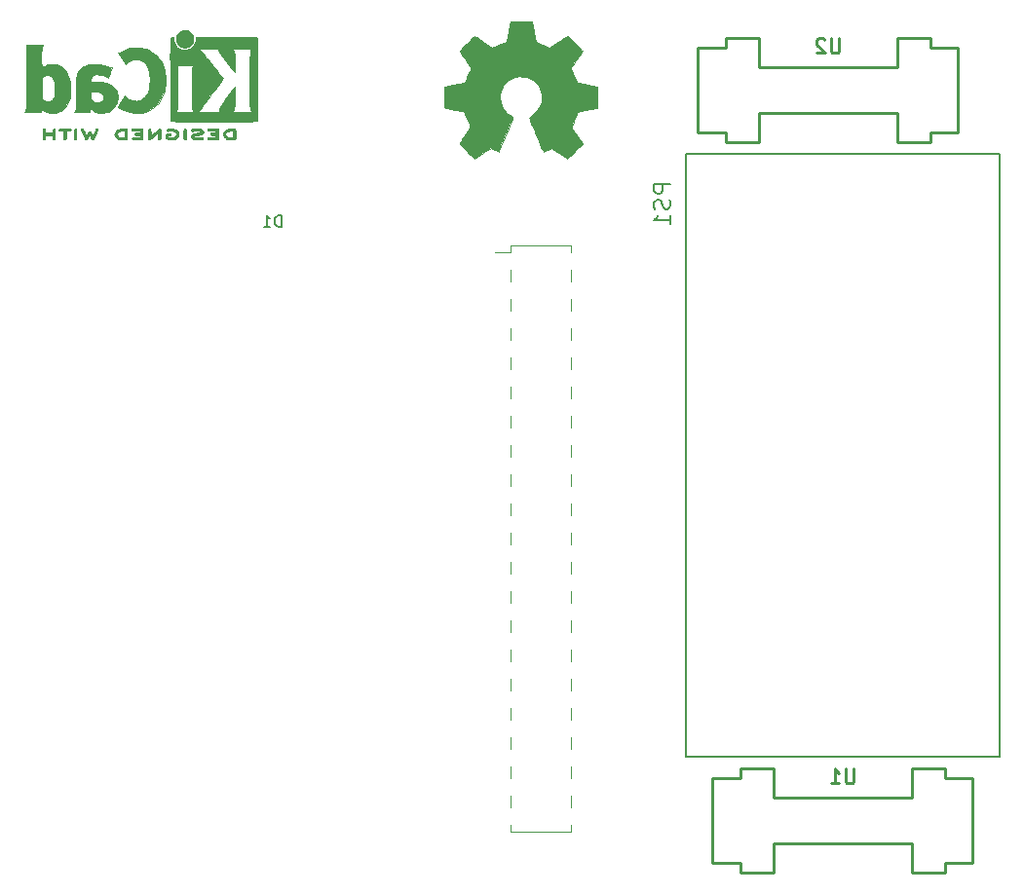
<source format=gbr>
%TF.GenerationSoftware,KiCad,Pcbnew,8.0.3-8.0.3-0~ubuntu22.04.1*%
%TF.CreationDate,2024-06-26T17:13:49+03:00*%
%TF.ProjectId,PM-CPU-RP,504d2d43-5055-42d5-9250-2e6b69636164,rev?*%
%TF.SameCoordinates,Original*%
%TF.FileFunction,Legend,Bot*%
%TF.FilePolarity,Positive*%
%FSLAX46Y46*%
G04 Gerber Fmt 4.6, Leading zero omitted, Abs format (unit mm)*
G04 Created by KiCad (PCBNEW 8.0.3-8.0.3-0~ubuntu22.04.1) date 2024-06-26 17:13:49*
%MOMM*%
%LPD*%
G01*
G04 APERTURE LIST*
%ADD10C,0.150000*%
%ADD11C,0.254000*%
%ADD12C,0.120000*%
%ADD13C,0.127000*%
%ADD14C,0.010000*%
%ADD15C,3.200000*%
%ADD16R,3.500000X3.500000*%
%ADD17C,3.500000*%
%ADD18C,6.000000*%
%ADD19R,3.000000X1.000000*%
%ADD20C,2.650000*%
%ADD21C,2.350000*%
%ADD22C,2.064000*%
G04 APERTURE END LIST*
D10*
X131548094Y-70304819D02*
X131548094Y-69304819D01*
X131548094Y-69304819D02*
X131309999Y-69304819D01*
X131309999Y-69304819D02*
X131167142Y-69352438D01*
X131167142Y-69352438D02*
X131071904Y-69447676D01*
X131071904Y-69447676D02*
X131024285Y-69542914D01*
X131024285Y-69542914D02*
X130976666Y-69733390D01*
X130976666Y-69733390D02*
X130976666Y-69876247D01*
X130976666Y-69876247D02*
X131024285Y-70066723D01*
X131024285Y-70066723D02*
X131071904Y-70161961D01*
X131071904Y-70161961D02*
X131167142Y-70257200D01*
X131167142Y-70257200D02*
X131309999Y-70304819D01*
X131309999Y-70304819D02*
X131548094Y-70304819D01*
X130024285Y-70304819D02*
X130595713Y-70304819D01*
X130309999Y-70304819D02*
X130309999Y-69304819D01*
X130309999Y-69304819D02*
X130405237Y-69447676D01*
X130405237Y-69447676D02*
X130500475Y-69542914D01*
X130500475Y-69542914D02*
X130595713Y-69590533D01*
D11*
X180037619Y-53914318D02*
X180037619Y-54942413D01*
X180037619Y-54942413D02*
X179977142Y-55063365D01*
X179977142Y-55063365D02*
X179916666Y-55123842D01*
X179916666Y-55123842D02*
X179795714Y-55184318D01*
X179795714Y-55184318D02*
X179553809Y-55184318D01*
X179553809Y-55184318D02*
X179432857Y-55123842D01*
X179432857Y-55123842D02*
X179372380Y-55063365D01*
X179372380Y-55063365D02*
X179311904Y-54942413D01*
X179311904Y-54942413D02*
X179311904Y-53914318D01*
X178767619Y-54035270D02*
X178707143Y-53974794D01*
X178707143Y-53974794D02*
X178586190Y-53914318D01*
X178586190Y-53914318D02*
X178283809Y-53914318D01*
X178283809Y-53914318D02*
X178162857Y-53974794D01*
X178162857Y-53974794D02*
X178102381Y-54035270D01*
X178102381Y-54035270D02*
X178041904Y-54156222D01*
X178041904Y-54156222D02*
X178041904Y-54277175D01*
X178041904Y-54277175D02*
X178102381Y-54458603D01*
X178102381Y-54458603D02*
X178828095Y-55184318D01*
X178828095Y-55184318D02*
X178041904Y-55184318D01*
D10*
X165358866Y-66626000D02*
X163958866Y-66626000D01*
X163958866Y-66626000D02*
X163958866Y-67159333D01*
X163958866Y-67159333D02*
X164025533Y-67292667D01*
X164025533Y-67292667D02*
X164092200Y-67359333D01*
X164092200Y-67359333D02*
X164225533Y-67426000D01*
X164225533Y-67426000D02*
X164425533Y-67426000D01*
X164425533Y-67426000D02*
X164558866Y-67359333D01*
X164558866Y-67359333D02*
X164625533Y-67292667D01*
X164625533Y-67292667D02*
X164692200Y-67159333D01*
X164692200Y-67159333D02*
X164692200Y-66626000D01*
X165292200Y-67959333D02*
X165358866Y-68159333D01*
X165358866Y-68159333D02*
X165358866Y-68492667D01*
X165358866Y-68492667D02*
X165292200Y-68626000D01*
X165292200Y-68626000D02*
X165225533Y-68692667D01*
X165225533Y-68692667D02*
X165092200Y-68759333D01*
X165092200Y-68759333D02*
X164958866Y-68759333D01*
X164958866Y-68759333D02*
X164825533Y-68692667D01*
X164825533Y-68692667D02*
X164758866Y-68626000D01*
X164758866Y-68626000D02*
X164692200Y-68492667D01*
X164692200Y-68492667D02*
X164625533Y-68226000D01*
X164625533Y-68226000D02*
X164558866Y-68092667D01*
X164558866Y-68092667D02*
X164492200Y-68026000D01*
X164492200Y-68026000D02*
X164358866Y-67959333D01*
X164358866Y-67959333D02*
X164225533Y-67959333D01*
X164225533Y-67959333D02*
X164092200Y-68026000D01*
X164092200Y-68026000D02*
X164025533Y-68092667D01*
X164025533Y-68092667D02*
X163958866Y-68226000D01*
X163958866Y-68226000D02*
X163958866Y-68559333D01*
X163958866Y-68559333D02*
X164025533Y-68759333D01*
X165358866Y-70092666D02*
X165358866Y-69292666D01*
X165358866Y-69692666D02*
X163958866Y-69692666D01*
X163958866Y-69692666D02*
X164158866Y-69559333D01*
X164158866Y-69559333D02*
X164292200Y-69426000D01*
X164292200Y-69426000D02*
X164358866Y-69292666D01*
D11*
X181307619Y-117414318D02*
X181307619Y-118442413D01*
X181307619Y-118442413D02*
X181247142Y-118563365D01*
X181247142Y-118563365D02*
X181186666Y-118623842D01*
X181186666Y-118623842D02*
X181065714Y-118684318D01*
X181065714Y-118684318D02*
X180823809Y-118684318D01*
X180823809Y-118684318D02*
X180702857Y-118623842D01*
X180702857Y-118623842D02*
X180642380Y-118563365D01*
X180642380Y-118563365D02*
X180581904Y-118442413D01*
X180581904Y-118442413D02*
X180581904Y-117414318D01*
X179311904Y-118684318D02*
X180037619Y-118684318D01*
X179674762Y-118684318D02*
X179674762Y-117414318D01*
X179674762Y-117414318D02*
X179795714Y-117595746D01*
X179795714Y-117595746D02*
X179916666Y-117716699D01*
X179916666Y-117716699D02*
X180037619Y-117777175D01*
D12*
%TO.C,D1*%
X150140000Y-72530000D02*
X151500000Y-72530000D01*
X151500000Y-71960000D02*
X156700000Y-71960000D01*
X151500000Y-72530000D02*
X151500000Y-71960000D01*
X151500000Y-75070000D02*
X151500000Y-74050000D01*
X151500000Y-77610000D02*
X151500000Y-76590000D01*
X151500000Y-80150000D02*
X151500000Y-79130000D01*
X151500000Y-82690000D02*
X151500000Y-81670000D01*
X151500000Y-85230000D02*
X151500000Y-84210000D01*
X151500000Y-87770000D02*
X151500000Y-86750000D01*
X151500000Y-90310000D02*
X151500000Y-89290000D01*
X151500000Y-92850000D02*
X151500000Y-91830000D01*
X151500000Y-95390000D02*
X151500000Y-94370000D01*
X151500000Y-97930000D02*
X151500000Y-96910000D01*
X151500000Y-100470000D02*
X151500000Y-99450000D01*
X151500000Y-103010000D02*
X151500000Y-101990000D01*
X151500000Y-105550000D02*
X151500000Y-104530000D01*
X151500000Y-108090000D02*
X151500000Y-107070000D01*
X151500000Y-110630000D02*
X151500000Y-109610000D01*
X151500000Y-113170000D02*
X151500000Y-112150000D01*
X151500000Y-115710000D02*
X151500000Y-114690000D01*
X151500000Y-118250000D02*
X151500000Y-117230000D01*
X151500000Y-120790000D02*
X151500000Y-119770000D01*
X151500000Y-122880000D02*
X151500000Y-122310000D01*
X151500000Y-122880000D02*
X156700000Y-122880000D01*
X156700000Y-72530000D02*
X156700000Y-71960000D01*
X156700000Y-75070000D02*
X156700000Y-74050000D01*
X156700000Y-77610000D02*
X156700000Y-76590000D01*
X156700000Y-80150000D02*
X156700000Y-79130000D01*
X156700000Y-82690000D02*
X156700000Y-81670000D01*
X156700000Y-85230000D02*
X156700000Y-84210000D01*
X156700000Y-87770000D02*
X156700000Y-86750000D01*
X156700000Y-90310000D02*
X156700000Y-89290000D01*
X156700000Y-92850000D02*
X156700000Y-91830000D01*
X156700000Y-95390000D02*
X156700000Y-94370000D01*
X156700000Y-97930000D02*
X156700000Y-96910000D01*
X156700000Y-100470000D02*
X156700000Y-99450000D01*
X156700000Y-103010000D02*
X156700000Y-101990000D01*
X156700000Y-105550000D02*
X156700000Y-104530000D01*
X156700000Y-108090000D02*
X156700000Y-107070000D01*
X156700000Y-110630000D02*
X156700000Y-109610000D01*
X156700000Y-113170000D02*
X156700000Y-112150000D01*
X156700000Y-115710000D02*
X156700000Y-114690000D01*
X156700000Y-118250000D02*
X156700000Y-117230000D01*
X156700000Y-120790000D02*
X156700000Y-119770000D01*
X156700000Y-122880000D02*
X156700000Y-122310000D01*
D11*
%TO.C,U2*%
X167770000Y-54770000D02*
X167770000Y-62070000D01*
X167770000Y-62070000D02*
X170170000Y-62070000D01*
X170170000Y-53920000D02*
X170170000Y-54770000D01*
X170170000Y-54770000D02*
X167770000Y-54770000D01*
X170170000Y-62070000D02*
X170170000Y-62920000D01*
X170170000Y-62920000D02*
X173070000Y-62920000D01*
X173070000Y-53920000D02*
X170170000Y-53920000D01*
X173070000Y-56420000D02*
X173070000Y-53920000D01*
X173070000Y-60420000D02*
X185070000Y-60420000D01*
X173070000Y-62920000D02*
X173070000Y-60420000D01*
X185070000Y-53920000D02*
X185070000Y-56420000D01*
X185070000Y-56420000D02*
X173070000Y-56420000D01*
X185070000Y-60420000D02*
X185070000Y-62920000D01*
X185070000Y-62920000D02*
X187970000Y-62920000D01*
X187970000Y-53920000D02*
X185070000Y-53920000D01*
X187970000Y-54770000D02*
X187970000Y-53920000D01*
X187970000Y-62070000D02*
X190370000Y-62070000D01*
X187970000Y-62920000D02*
X187970000Y-62070000D01*
X190370000Y-54770000D02*
X187970000Y-54770000D01*
X190370000Y-62070000D02*
X190370000Y-54770000D01*
D13*
%TO.C,PS1*%
X166740000Y-63970000D02*
X193940000Y-63970000D01*
X166740000Y-116370000D02*
X166740000Y-63970000D01*
X193940000Y-63970000D02*
X193940000Y-116370000D01*
X193940000Y-116370000D02*
X166740000Y-116370000D01*
D14*
%TO.C,logo_oshw*%
X153651324Y-54216427D02*
X154274444Y-54473298D01*
X154897564Y-54730168D01*
X155645100Y-54221849D01*
X155793054Y-54121638D01*
X155989195Y-53990100D01*
X156159011Y-53877753D01*
X156293683Y-53790363D01*
X156384390Y-53733699D01*
X156422315Y-53713529D01*
X156445607Y-53727873D01*
X156515230Y-53787977D01*
X156620594Y-53886613D01*
X156752771Y-54014724D01*
X156902833Y-54163254D01*
X157061852Y-54323146D01*
X157220901Y-54485342D01*
X157371052Y-54640785D01*
X157503377Y-54780419D01*
X157608948Y-54895186D01*
X157678837Y-54976030D01*
X157704118Y-55013893D01*
X157698237Y-55030160D01*
X157657517Y-55102724D01*
X157583158Y-55222146D01*
X157481188Y-55379063D01*
X157357636Y-55564116D01*
X157218529Y-55767941D01*
X157142189Y-55879105D01*
X157010867Y-56072635D01*
X156898279Y-56241533D01*
X156810427Y-56376639D01*
X156753313Y-56468796D01*
X156732941Y-56508842D01*
X156733276Y-56511061D01*
X156751246Y-56561826D01*
X156792473Y-56665488D01*
X156851210Y-56808507D01*
X156921710Y-56977340D01*
X156998227Y-57158447D01*
X157075013Y-57338286D01*
X157146321Y-57503315D01*
X157206406Y-57639993D01*
X157249519Y-57734779D01*
X157269915Y-57774130D01*
X157281982Y-57777621D01*
X157355302Y-57793365D01*
X157485978Y-57819446D01*
X157663549Y-57853825D01*
X157877555Y-57894465D01*
X158117538Y-57939326D01*
X158244021Y-57963111D01*
X158476174Y-58008493D01*
X158679156Y-58050403D01*
X158841873Y-58086436D01*
X158953230Y-58114184D01*
X159002132Y-58131240D01*
X159010916Y-58148148D01*
X159025487Y-58230762D01*
X159036935Y-58368358D01*
X159045269Y-58547991D01*
X159050498Y-58756714D01*
X159052630Y-58981579D01*
X159051674Y-59209640D01*
X159047640Y-59427950D01*
X159040536Y-59623563D01*
X159030370Y-59783532D01*
X159017153Y-59894910D01*
X159000892Y-59944750D01*
X158991024Y-59950372D01*
X158917432Y-59974485D01*
X158789769Y-60006389D01*
X158622794Y-60042591D01*
X158431260Y-60079597D01*
X158366635Y-60091382D01*
X158068158Y-60146195D01*
X157833582Y-60190247D01*
X157654774Y-60225364D01*
X157523604Y-60253374D01*
X157431941Y-60276101D01*
X157371652Y-60295374D01*
X157334606Y-60313019D01*
X157312673Y-60330861D01*
X157310123Y-60333856D01*
X157274255Y-60396288D01*
X157221178Y-60510527D01*
X157156037Y-60663171D01*
X157083975Y-60840818D01*
X157010137Y-61030066D01*
X156939667Y-61217514D01*
X156877709Y-61389758D01*
X156829407Y-61533398D01*
X156799905Y-61635032D01*
X156794347Y-61681257D01*
X156798064Y-61687255D01*
X156836533Y-61745258D01*
X156908879Y-61852243D01*
X157008393Y-61998353D01*
X157128368Y-62173733D01*
X157262096Y-62368529D01*
X157298797Y-62422124D01*
X157427854Y-62614367D01*
X157539387Y-62786295D01*
X157627031Y-62927713D01*
X157684420Y-63028425D01*
X157705188Y-63078234D01*
X157700713Y-63091329D01*
X157654065Y-63155856D01*
X157562032Y-63261227D01*
X157431205Y-63400351D01*
X157268172Y-63566135D01*
X157079526Y-63751488D01*
X156971699Y-63855235D01*
X156801209Y-64016818D01*
X156651985Y-64155220D01*
X156532042Y-64263154D01*
X156449391Y-64333334D01*
X156412046Y-64358473D01*
X156386388Y-64349154D01*
X156307393Y-64305071D01*
X156192673Y-64232976D01*
X156057193Y-64142001D01*
X155960867Y-64075612D01*
X155768557Y-63943773D01*
X155563340Y-63803754D01*
X155375897Y-63676519D01*
X155008705Y-63428155D01*
X154700474Y-63594813D01*
X154627895Y-63633280D01*
X154495905Y-63699077D01*
X154393834Y-63744504D01*
X154339283Y-63761441D01*
X154321431Y-63739690D01*
X154277099Y-63656871D01*
X154211621Y-63520326D01*
X154128638Y-63338721D01*
X154031794Y-63120721D01*
X153924733Y-62874993D01*
X153811097Y-62610201D01*
X153694532Y-62335012D01*
X153578679Y-62058090D01*
X153467183Y-61788101D01*
X153363686Y-61533710D01*
X153271834Y-61303584D01*
X153195267Y-61106388D01*
X153137631Y-60950786D01*
X153102569Y-60845446D01*
X153093724Y-60799031D01*
X153094323Y-60797675D01*
X153135522Y-60754768D01*
X153221698Y-60687568D01*
X153335058Y-60610008D01*
X153370840Y-60586325D01*
X153643101Y-60361643D01*
X153868429Y-60094032D01*
X154041490Y-59794630D01*
X154156949Y-59474577D01*
X154209470Y-59145012D01*
X154193719Y-58817075D01*
X154129915Y-58525399D01*
X154015354Y-58230868D01*
X153848347Y-57968108D01*
X153619160Y-57718506D01*
X153529107Y-57638768D01*
X153237986Y-57442309D01*
X152923497Y-57309998D01*
X152594754Y-57240651D01*
X152260870Y-57233083D01*
X151930959Y-57286112D01*
X151614135Y-57398551D01*
X151319509Y-57569218D01*
X151056198Y-57796927D01*
X150833312Y-58080495D01*
X150790460Y-58150719D01*
X150644808Y-58471688D01*
X150567453Y-58805922D01*
X150556370Y-59144765D01*
X150609531Y-59479561D01*
X150724913Y-59801653D01*
X150900488Y-60102386D01*
X151134232Y-60373103D01*
X151424119Y-60605147D01*
X151433533Y-60611400D01*
X151545692Y-60690438D01*
X151629755Y-60757636D01*
X151668149Y-60799031D01*
X151663305Y-60831485D01*
X151633184Y-60925980D01*
X151579775Y-61072439D01*
X151506720Y-61262195D01*
X151417661Y-61486580D01*
X151316240Y-61736927D01*
X151206099Y-62004568D01*
X151090880Y-62280836D01*
X150974225Y-62557063D01*
X150859776Y-62824581D01*
X150751176Y-63074724D01*
X150652065Y-63298824D01*
X150566087Y-63488213D01*
X150496882Y-63634224D01*
X150448094Y-63728189D01*
X150423364Y-63761441D01*
X150402798Y-63756937D01*
X150322004Y-63724571D01*
X150202596Y-63667822D01*
X150062174Y-63594813D01*
X149753942Y-63428155D01*
X149386750Y-63676519D01*
X149278267Y-63750063D01*
X149076488Y-63887476D01*
X148875322Y-64025110D01*
X148705454Y-64142001D01*
X148611705Y-64205704D01*
X148489858Y-64284849D01*
X148399513Y-64339029D01*
X148355386Y-64359118D01*
X148336428Y-64350589D01*
X148267900Y-64298350D01*
X148162257Y-64206376D01*
X148028694Y-64083713D01*
X147876407Y-63939409D01*
X147714591Y-63782509D01*
X147552442Y-63622061D01*
X147399154Y-63467110D01*
X147263924Y-63326705D01*
X147155946Y-63209891D01*
X147084416Y-63125715D01*
X147058529Y-63083225D01*
X147060022Y-63075141D01*
X147090832Y-63009338D01*
X147156651Y-62895492D01*
X147251117Y-62743886D01*
X147367871Y-62564804D01*
X147500552Y-62368529D01*
X147537763Y-62314390D01*
X147668427Y-62123882D01*
X147783520Y-61955460D01*
X147876335Y-61818978D01*
X147940164Y-61724292D01*
X147968300Y-61681257D01*
X147968992Y-61679413D01*
X147960688Y-61626764D01*
X147928979Y-61520108D01*
X147879007Y-61372848D01*
X147815917Y-61198385D01*
X147744854Y-61010121D01*
X147670961Y-60821459D01*
X147599383Y-60645800D01*
X147535263Y-60496547D01*
X147483745Y-60387100D01*
X147449974Y-60330861D01*
X147446591Y-60327370D01*
X147422411Y-60309706D01*
X147381574Y-60291892D01*
X147315948Y-60272104D01*
X147217402Y-60248513D01*
X147077805Y-60219293D01*
X146889024Y-60182618D01*
X146642929Y-60136662D01*
X146331387Y-60079597D01*
X146266771Y-60067586D01*
X146081665Y-60030459D01*
X145925957Y-59995282D01*
X145814401Y-59965548D01*
X145761755Y-59944750D01*
X145752948Y-59927398D01*
X145738263Y-59844047D01*
X145726626Y-59705868D01*
X145718047Y-59525809D01*
X145712532Y-59316815D01*
X145710093Y-59091835D01*
X145710736Y-58863814D01*
X145714472Y-58645700D01*
X145721309Y-58450438D01*
X145731256Y-58290977D01*
X145744322Y-58180261D01*
X145760515Y-58131240D01*
X145777048Y-58123997D01*
X145859295Y-58101169D01*
X145998319Y-58068881D01*
X146183026Y-58029540D01*
X146402321Y-57985553D01*
X146645109Y-57939326D01*
X146777675Y-57914629D01*
X147004888Y-57871801D01*
X147200460Y-57834298D01*
X147353931Y-57804160D01*
X147454842Y-57783425D01*
X147492733Y-57774130D01*
X147494157Y-57772214D01*
X147518288Y-57723537D01*
X147564291Y-57621560D01*
X147626415Y-57479814D01*
X147698911Y-57311828D01*
X147776030Y-57131132D01*
X147852020Y-56951258D01*
X147921133Y-56785734D01*
X147977618Y-56648092D01*
X148015726Y-56551860D01*
X148029706Y-56510570D01*
X148023539Y-56496042D01*
X147982499Y-56426909D01*
X147908055Y-56310542D01*
X147806189Y-56156073D01*
X147682882Y-55972633D01*
X147544118Y-55769352D01*
X147467987Y-55658025D01*
X147336604Y-55462845D01*
X147223959Y-55291550D01*
X147136059Y-55153481D01*
X147078913Y-55057979D01*
X147058529Y-55014388D01*
X147072693Y-54990742D01*
X147131940Y-54920089D01*
X147229137Y-54813162D01*
X147355363Y-54679022D01*
X147501695Y-54526730D01*
X147659211Y-54365347D01*
X147818988Y-54203934D01*
X147972105Y-54051550D01*
X148109639Y-53917257D01*
X148222668Y-53810115D01*
X148302269Y-53739186D01*
X148339520Y-53713529D01*
X148360198Y-53723505D01*
X148436126Y-53769770D01*
X148558657Y-53848507D01*
X148718957Y-53953945D01*
X148908198Y-54080316D01*
X149117547Y-54221849D01*
X149865084Y-54730168D01*
X150488204Y-54473298D01*
X151111324Y-54216427D01*
X151280197Y-53320640D01*
X151449071Y-52424853D01*
X153313576Y-52424853D01*
X153651324Y-54216427D01*
G36*
X153651324Y-54216427D02*
G01*
X154274444Y-54473298D01*
X154897564Y-54730168D01*
X155645100Y-54221849D01*
X155793054Y-54121638D01*
X155989195Y-53990100D01*
X156159011Y-53877753D01*
X156293683Y-53790363D01*
X156384390Y-53733699D01*
X156422315Y-53713529D01*
X156445607Y-53727873D01*
X156515230Y-53787977D01*
X156620594Y-53886613D01*
X156752771Y-54014724D01*
X156902833Y-54163254D01*
X157061852Y-54323146D01*
X157220901Y-54485342D01*
X157371052Y-54640785D01*
X157503377Y-54780419D01*
X157608948Y-54895186D01*
X157678837Y-54976030D01*
X157704118Y-55013893D01*
X157698237Y-55030160D01*
X157657517Y-55102724D01*
X157583158Y-55222146D01*
X157481188Y-55379063D01*
X157357636Y-55564116D01*
X157218529Y-55767941D01*
X157142189Y-55879105D01*
X157010867Y-56072635D01*
X156898279Y-56241533D01*
X156810427Y-56376639D01*
X156753313Y-56468796D01*
X156732941Y-56508842D01*
X156733276Y-56511061D01*
X156751246Y-56561826D01*
X156792473Y-56665488D01*
X156851210Y-56808507D01*
X156921710Y-56977340D01*
X156998227Y-57158447D01*
X157075013Y-57338286D01*
X157146321Y-57503315D01*
X157206406Y-57639993D01*
X157249519Y-57734779D01*
X157269915Y-57774130D01*
X157281982Y-57777621D01*
X157355302Y-57793365D01*
X157485978Y-57819446D01*
X157663549Y-57853825D01*
X157877555Y-57894465D01*
X158117538Y-57939326D01*
X158244021Y-57963111D01*
X158476174Y-58008493D01*
X158679156Y-58050403D01*
X158841873Y-58086436D01*
X158953230Y-58114184D01*
X159002132Y-58131240D01*
X159010916Y-58148148D01*
X159025487Y-58230762D01*
X159036935Y-58368358D01*
X159045269Y-58547991D01*
X159050498Y-58756714D01*
X159052630Y-58981579D01*
X159051674Y-59209640D01*
X159047640Y-59427950D01*
X159040536Y-59623563D01*
X159030370Y-59783532D01*
X159017153Y-59894910D01*
X159000892Y-59944750D01*
X158991024Y-59950372D01*
X158917432Y-59974485D01*
X158789769Y-60006389D01*
X158622794Y-60042591D01*
X158431260Y-60079597D01*
X158366635Y-60091382D01*
X158068158Y-60146195D01*
X157833582Y-60190247D01*
X157654774Y-60225364D01*
X157523604Y-60253374D01*
X157431941Y-60276101D01*
X157371652Y-60295374D01*
X157334606Y-60313019D01*
X157312673Y-60330861D01*
X157310123Y-60333856D01*
X157274255Y-60396288D01*
X157221178Y-60510527D01*
X157156037Y-60663171D01*
X157083975Y-60840818D01*
X157010137Y-61030066D01*
X156939667Y-61217514D01*
X156877709Y-61389758D01*
X156829407Y-61533398D01*
X156799905Y-61635032D01*
X156794347Y-61681257D01*
X156798064Y-61687255D01*
X156836533Y-61745258D01*
X156908879Y-61852243D01*
X157008393Y-61998353D01*
X157128368Y-62173733D01*
X157262096Y-62368529D01*
X157298797Y-62422124D01*
X157427854Y-62614367D01*
X157539387Y-62786295D01*
X157627031Y-62927713D01*
X157684420Y-63028425D01*
X157705188Y-63078234D01*
X157700713Y-63091329D01*
X157654065Y-63155856D01*
X157562032Y-63261227D01*
X157431205Y-63400351D01*
X157268172Y-63566135D01*
X157079526Y-63751488D01*
X156971699Y-63855235D01*
X156801209Y-64016818D01*
X156651985Y-64155220D01*
X156532042Y-64263154D01*
X156449391Y-64333334D01*
X156412046Y-64358473D01*
X156386388Y-64349154D01*
X156307393Y-64305071D01*
X156192673Y-64232976D01*
X156057193Y-64142001D01*
X155960867Y-64075612D01*
X155768557Y-63943773D01*
X155563340Y-63803754D01*
X155375897Y-63676519D01*
X155008705Y-63428155D01*
X154700474Y-63594813D01*
X154627895Y-63633280D01*
X154495905Y-63699077D01*
X154393834Y-63744504D01*
X154339283Y-63761441D01*
X154321431Y-63739690D01*
X154277099Y-63656871D01*
X154211621Y-63520326D01*
X154128638Y-63338721D01*
X154031794Y-63120721D01*
X153924733Y-62874993D01*
X153811097Y-62610201D01*
X153694532Y-62335012D01*
X153578679Y-62058090D01*
X153467183Y-61788101D01*
X153363686Y-61533710D01*
X153271834Y-61303584D01*
X153195267Y-61106388D01*
X153137631Y-60950786D01*
X153102569Y-60845446D01*
X153093724Y-60799031D01*
X153094323Y-60797675D01*
X153135522Y-60754768D01*
X153221698Y-60687568D01*
X153335058Y-60610008D01*
X153370840Y-60586325D01*
X153643101Y-60361643D01*
X153868429Y-60094032D01*
X154041490Y-59794630D01*
X154156949Y-59474577D01*
X154209470Y-59145012D01*
X154193719Y-58817075D01*
X154129915Y-58525399D01*
X154015354Y-58230868D01*
X153848347Y-57968108D01*
X153619160Y-57718506D01*
X153529107Y-57638768D01*
X153237986Y-57442309D01*
X152923497Y-57309998D01*
X152594754Y-57240651D01*
X152260870Y-57233083D01*
X151930959Y-57286112D01*
X151614135Y-57398551D01*
X151319509Y-57569218D01*
X151056198Y-57796927D01*
X150833312Y-58080495D01*
X150790460Y-58150719D01*
X150644808Y-58471688D01*
X150567453Y-58805922D01*
X150556370Y-59144765D01*
X150609531Y-59479561D01*
X150724913Y-59801653D01*
X150900488Y-60102386D01*
X151134232Y-60373103D01*
X151424119Y-60605147D01*
X151433533Y-60611400D01*
X151545692Y-60690438D01*
X151629755Y-60757636D01*
X151668149Y-60799031D01*
X151663305Y-60831485D01*
X151633184Y-60925980D01*
X151579775Y-61072439D01*
X151506720Y-61262195D01*
X151417661Y-61486580D01*
X151316240Y-61736927D01*
X151206099Y-62004568D01*
X151090880Y-62280836D01*
X150974225Y-62557063D01*
X150859776Y-62824581D01*
X150751176Y-63074724D01*
X150652065Y-63298824D01*
X150566087Y-63488213D01*
X150496882Y-63634224D01*
X150448094Y-63728189D01*
X150423364Y-63761441D01*
X150402798Y-63756937D01*
X150322004Y-63724571D01*
X150202596Y-63667822D01*
X150062174Y-63594813D01*
X149753942Y-63428155D01*
X149386750Y-63676519D01*
X149278267Y-63750063D01*
X149076488Y-63887476D01*
X148875322Y-64025110D01*
X148705454Y-64142001D01*
X148611705Y-64205704D01*
X148489858Y-64284849D01*
X148399513Y-64339029D01*
X148355386Y-64359118D01*
X148336428Y-64350589D01*
X148267900Y-64298350D01*
X148162257Y-64206376D01*
X148028694Y-64083713D01*
X147876407Y-63939409D01*
X147714591Y-63782509D01*
X147552442Y-63622061D01*
X147399154Y-63467110D01*
X147263924Y-63326705D01*
X147155946Y-63209891D01*
X147084416Y-63125715D01*
X147058529Y-63083225D01*
X147060022Y-63075141D01*
X147090832Y-63009338D01*
X147156651Y-62895492D01*
X147251117Y-62743886D01*
X147367871Y-62564804D01*
X147500552Y-62368529D01*
X147537763Y-62314390D01*
X147668427Y-62123882D01*
X147783520Y-61955460D01*
X147876335Y-61818978D01*
X147940164Y-61724292D01*
X147968300Y-61681257D01*
X147968992Y-61679413D01*
X147960688Y-61626764D01*
X147928979Y-61520108D01*
X147879007Y-61372848D01*
X147815917Y-61198385D01*
X147744854Y-61010121D01*
X147670961Y-60821459D01*
X147599383Y-60645800D01*
X147535263Y-60496547D01*
X147483745Y-60387100D01*
X147449974Y-60330861D01*
X147446591Y-60327370D01*
X147422411Y-60309706D01*
X147381574Y-60291892D01*
X147315948Y-60272104D01*
X147217402Y-60248513D01*
X147077805Y-60219293D01*
X146889024Y-60182618D01*
X146642929Y-60136662D01*
X146331387Y-60079597D01*
X146266771Y-60067586D01*
X146081665Y-60030459D01*
X145925957Y-59995282D01*
X145814401Y-59965548D01*
X145761755Y-59944750D01*
X145752948Y-59927398D01*
X145738263Y-59844047D01*
X145726626Y-59705868D01*
X145718047Y-59525809D01*
X145712532Y-59316815D01*
X145710093Y-59091835D01*
X145710736Y-58863814D01*
X145714472Y-58645700D01*
X145721309Y-58450438D01*
X145731256Y-58290977D01*
X145744322Y-58180261D01*
X145760515Y-58131240D01*
X145777048Y-58123997D01*
X145859295Y-58101169D01*
X145998319Y-58068881D01*
X146183026Y-58029540D01*
X146402321Y-57985553D01*
X146645109Y-57939326D01*
X146777675Y-57914629D01*
X147004888Y-57871801D01*
X147200460Y-57834298D01*
X147353931Y-57804160D01*
X147454842Y-57783425D01*
X147492733Y-57774130D01*
X147494157Y-57772214D01*
X147518288Y-57723537D01*
X147564291Y-57621560D01*
X147626415Y-57479814D01*
X147698911Y-57311828D01*
X147776030Y-57131132D01*
X147852020Y-56951258D01*
X147921133Y-56785734D01*
X147977618Y-56648092D01*
X148015726Y-56551860D01*
X148029706Y-56510570D01*
X148023539Y-56496042D01*
X147982499Y-56426909D01*
X147908055Y-56310542D01*
X147806189Y-56156073D01*
X147682882Y-55972633D01*
X147544118Y-55769352D01*
X147467987Y-55658025D01*
X147336604Y-55462845D01*
X147223959Y-55291550D01*
X147136059Y-55153481D01*
X147078913Y-55057979D01*
X147058529Y-55014388D01*
X147072693Y-54990742D01*
X147131940Y-54920089D01*
X147229137Y-54813162D01*
X147355363Y-54679022D01*
X147501695Y-54526730D01*
X147659211Y-54365347D01*
X147818988Y-54203934D01*
X147972105Y-54051550D01*
X148109639Y-53917257D01*
X148222668Y-53810115D01*
X148302269Y-53739186D01*
X148339520Y-53713529D01*
X148360198Y-53723505D01*
X148436126Y-53769770D01*
X148558657Y-53848507D01*
X148718957Y-53953945D01*
X148908198Y-54080316D01*
X149117547Y-54221849D01*
X149865084Y-54730168D01*
X150488204Y-54473298D01*
X151111324Y-54216427D01*
X151280197Y-53320640D01*
X151449071Y-52424853D01*
X153313576Y-52424853D01*
X153651324Y-54216427D01*
G37*
%TO.C,logo_kicad*%
X113687002Y-61764242D02*
X113721247Y-61785142D01*
X113756729Y-61813873D01*
X113756729Y-62675871D01*
X113721247Y-62704602D01*
X113679495Y-62727867D01*
X113631832Y-62728980D01*
X113589976Y-62701696D01*
X113584815Y-62695486D01*
X113577538Y-62682881D01*
X113571937Y-62664666D01*
X113567794Y-62637347D01*
X113564892Y-62597433D01*
X113563014Y-62541430D01*
X113561941Y-62465847D01*
X113561457Y-62367190D01*
X113561344Y-62241966D01*
X113561344Y-61813873D01*
X113596826Y-61785142D01*
X113628396Y-61765477D01*
X113659037Y-61756410D01*
X113687002Y-61764242D01*
G36*
X113687002Y-61764242D02*
G01*
X113721247Y-61785142D01*
X113756729Y-61813873D01*
X113756729Y-62675871D01*
X113721247Y-62704602D01*
X113679495Y-62727867D01*
X113631832Y-62728980D01*
X113589976Y-62701696D01*
X113584815Y-62695486D01*
X113577538Y-62682881D01*
X113571937Y-62664666D01*
X113567794Y-62637347D01*
X113564892Y-62597433D01*
X113563014Y-62541430D01*
X113561941Y-62465847D01*
X113561457Y-62367190D01*
X113561344Y-62241966D01*
X113561344Y-61813873D01*
X113596826Y-61785142D01*
X113628396Y-61765477D01*
X113659037Y-61756410D01*
X113687002Y-61764242D01*
G37*
X123180579Y-61762264D02*
X123226051Y-61793301D01*
X123262942Y-61830192D01*
X123262942Y-62246978D01*
X123262887Y-62358852D01*
X123262543Y-62457668D01*
X123261650Y-62533226D01*
X123259949Y-62589104D01*
X123257181Y-62628882D01*
X123253088Y-62656136D01*
X123247409Y-62674447D01*
X123239888Y-62687391D01*
X123230263Y-62698548D01*
X123188374Y-62727125D01*
X123141556Y-62729476D01*
X123097617Y-62703274D01*
X123090551Y-62695461D01*
X123083296Y-62683367D01*
X123077750Y-62665605D01*
X123073683Y-62638690D01*
X123070869Y-62599138D01*
X123069077Y-62543465D01*
X123068081Y-62468185D01*
X123067650Y-62369816D01*
X123067557Y-62244872D01*
X123067610Y-62144140D01*
X123067949Y-62040414D01*
X123068807Y-61960519D01*
X123070410Y-61900971D01*
X123072988Y-61858284D01*
X123076769Y-61828975D01*
X123081982Y-61809559D01*
X123088855Y-61796552D01*
X123097617Y-61786470D01*
X123136470Y-61761145D01*
X123180579Y-61762264D01*
G36*
X123180579Y-61762264D02*
G01*
X123226051Y-61793301D01*
X123262942Y-61830192D01*
X123262942Y-62246978D01*
X123262887Y-62358852D01*
X123262543Y-62457668D01*
X123261650Y-62533226D01*
X123259949Y-62589104D01*
X123257181Y-62628882D01*
X123253088Y-62656136D01*
X123247409Y-62674447D01*
X123239888Y-62687391D01*
X123230263Y-62698548D01*
X123188374Y-62727125D01*
X123141556Y-62729476D01*
X123097617Y-62703274D01*
X123090551Y-62695461D01*
X123083296Y-62683367D01*
X123077750Y-62665605D01*
X123073683Y-62638690D01*
X123070869Y-62599138D01*
X123069077Y-62543465D01*
X123068081Y-62468185D01*
X123067650Y-62369816D01*
X123067557Y-62244872D01*
X123067610Y-62144140D01*
X123067949Y-62040414D01*
X123068807Y-61960519D01*
X123070410Y-61900971D01*
X123072988Y-61858284D01*
X123076769Y-61828975D01*
X123081982Y-61809559D01*
X123088855Y-61796552D01*
X123097617Y-61786470D01*
X123136470Y-61761145D01*
X123180579Y-61762264D01*
G37*
X123266337Y-53220839D02*
X123405779Y-53255005D01*
X123537955Y-53316325D01*
X123658699Y-53404810D01*
X123763846Y-53520470D01*
X123849230Y-53663313D01*
X123872121Y-53713633D01*
X123890666Y-53764636D01*
X123901072Y-53815624D01*
X123905633Y-53878691D01*
X123906643Y-53965929D01*
X123906032Y-54038539D01*
X123902350Y-54105270D01*
X123893322Y-54157334D01*
X123876694Y-54206686D01*
X123850212Y-54265286D01*
X123842552Y-54280902D01*
X123752006Y-54423893D01*
X123638125Y-54541543D01*
X123504141Y-54631089D01*
X123353286Y-54689772D01*
X123275881Y-54706147D01*
X123118849Y-54713810D01*
X122966753Y-54689016D01*
X122824054Y-54634306D01*
X122695212Y-54552223D01*
X122584686Y-54445309D01*
X122496936Y-54316107D01*
X122436423Y-54167158D01*
X122414283Y-54045265D01*
X122412288Y-53910751D01*
X122430295Y-53779908D01*
X122467446Y-53666572D01*
X122510372Y-53585543D01*
X122605933Y-53456987D01*
X122719221Y-53355527D01*
X122846071Y-53281172D01*
X122982318Y-53233933D01*
X123123795Y-53213818D01*
X123266337Y-53220839D01*
G36*
X123266337Y-53220839D02*
G01*
X123405779Y-53255005D01*
X123537955Y-53316325D01*
X123658699Y-53404810D01*
X123763846Y-53520470D01*
X123849230Y-53663313D01*
X123872121Y-53713633D01*
X123890666Y-53764636D01*
X123901072Y-53815624D01*
X123905633Y-53878691D01*
X123906643Y-53965929D01*
X123906032Y-54038539D01*
X123902350Y-54105270D01*
X123893322Y-54157334D01*
X123876694Y-54206686D01*
X123850212Y-54265286D01*
X123842552Y-54280902D01*
X123752006Y-54423893D01*
X123638125Y-54541543D01*
X123504141Y-54631089D01*
X123353286Y-54689772D01*
X123275881Y-54706147D01*
X123118849Y-54713810D01*
X122966753Y-54689016D01*
X122824054Y-54634306D01*
X122695212Y-54552223D01*
X122584686Y-54445309D01*
X122496936Y-54316107D01*
X122436423Y-54167158D01*
X122414283Y-54045265D01*
X122412288Y-53910751D01*
X122430295Y-53779908D01*
X122467446Y-53666572D01*
X122510372Y-53585543D01*
X122605933Y-53456987D01*
X122719221Y-53355527D01*
X122846071Y-53281172D01*
X122982318Y-53233933D01*
X123123795Y-53213818D01*
X123266337Y-53220839D01*
G37*
X112755531Y-61756412D02*
X112880843Y-61756532D01*
X112980048Y-61756984D01*
X113056478Y-61757972D01*
X113113459Y-61759697D01*
X113154323Y-61762361D01*
X113182397Y-61766169D01*
X113201012Y-61771321D01*
X113213496Y-61778020D01*
X113223179Y-61786470D01*
X113248216Y-61830029D01*
X113250142Y-61880057D01*
X113228364Y-61924310D01*
X113226553Y-61926245D01*
X113211638Y-61937376D01*
X113188868Y-61944771D01*
X113152696Y-61949157D01*
X113097573Y-61951256D01*
X113017950Y-61951795D01*
X112832409Y-61951795D01*
X112832409Y-62302963D01*
X112832309Y-62403918D01*
X112831766Y-62492674D01*
X112830458Y-62558955D01*
X112828067Y-62606773D01*
X112824271Y-62640146D01*
X112818752Y-62663086D01*
X112811188Y-62679610D01*
X112801259Y-62693733D01*
X112798210Y-62697469D01*
X112756700Y-62727614D01*
X112710929Y-62729696D01*
X112667084Y-62703274D01*
X112657793Y-62692523D01*
X112650508Y-62678412D01*
X112645156Y-62657319D01*
X112641440Y-62625398D01*
X112639064Y-62578802D01*
X112637734Y-62513685D01*
X112637153Y-62426201D01*
X112637025Y-62312505D01*
X112637025Y-61951795D01*
X112442731Y-61951795D01*
X112427953Y-61951794D01*
X112352708Y-61951494D01*
X112300992Y-61949977D01*
X112267185Y-61946250D01*
X112245668Y-61939318D01*
X112230821Y-61928186D01*
X112217024Y-61911860D01*
X112195926Y-61871003D01*
X112200056Y-61826029D01*
X112234197Y-61782712D01*
X112240775Y-61777763D01*
X112254369Y-61771325D01*
X112274906Y-61766314D01*
X112305689Y-61762557D01*
X112350020Y-61759876D01*
X112411201Y-61758096D01*
X112492535Y-61757043D01*
X112597323Y-61756539D01*
X112728867Y-61756410D01*
X112755531Y-61756412D01*
G36*
X112755531Y-61756412D02*
G01*
X112880843Y-61756532D01*
X112980048Y-61756984D01*
X113056478Y-61757972D01*
X113113459Y-61759697D01*
X113154323Y-61762361D01*
X113182397Y-61766169D01*
X113201012Y-61771321D01*
X113213496Y-61778020D01*
X113223179Y-61786470D01*
X113248216Y-61830029D01*
X113250142Y-61880057D01*
X113228364Y-61924310D01*
X113226553Y-61926245D01*
X113211638Y-61937376D01*
X113188868Y-61944771D01*
X113152696Y-61949157D01*
X113097573Y-61951256D01*
X113017950Y-61951795D01*
X112832409Y-61951795D01*
X112832409Y-62302963D01*
X112832309Y-62403918D01*
X112831766Y-62492674D01*
X112830458Y-62558955D01*
X112828067Y-62606773D01*
X112824271Y-62640146D01*
X112818752Y-62663086D01*
X112811188Y-62679610D01*
X112801259Y-62693733D01*
X112798210Y-62697469D01*
X112756700Y-62727614D01*
X112710929Y-62729696D01*
X112667084Y-62703274D01*
X112657793Y-62692523D01*
X112650508Y-62678412D01*
X112645156Y-62657319D01*
X112641440Y-62625398D01*
X112639064Y-62578802D01*
X112637734Y-62513685D01*
X112637153Y-62426201D01*
X112637025Y-62312505D01*
X112637025Y-61951795D01*
X112442731Y-61951795D01*
X112427953Y-61951794D01*
X112352708Y-61951494D01*
X112300992Y-61949977D01*
X112267185Y-61946250D01*
X112245668Y-61939318D01*
X112230821Y-61928186D01*
X112217024Y-61911860D01*
X112195926Y-61871003D01*
X112200056Y-61826029D01*
X112234197Y-61782712D01*
X112240775Y-61777763D01*
X112254369Y-61771325D01*
X112274906Y-61766314D01*
X112305689Y-61762557D01*
X112350020Y-61759876D01*
X112411201Y-61758096D01*
X112492535Y-61757043D01*
X112597323Y-61756539D01*
X112728867Y-61756410D01*
X112755531Y-61756412D01*
G37*
X111855486Y-61786470D02*
X111862985Y-61794711D01*
X111869762Y-61805636D01*
X111875202Y-61821315D01*
X111879434Y-61844559D01*
X111882584Y-61878181D01*
X111884782Y-61924992D01*
X111886155Y-61987803D01*
X111886832Y-62069427D01*
X111886940Y-62172674D01*
X111886608Y-62300357D01*
X111885964Y-62455286D01*
X111885872Y-62474158D01*
X111885092Y-62556386D01*
X111883331Y-62614544D01*
X111879942Y-62653660D01*
X111874277Y-62678761D01*
X111865688Y-62694876D01*
X111853527Y-62707032D01*
X111808983Y-62730220D01*
X111762454Y-62726357D01*
X111721311Y-62693733D01*
X111709316Y-62676155D01*
X111699396Y-62651477D01*
X111693581Y-62616824D01*
X111690845Y-62565505D01*
X111690161Y-62490833D01*
X111690161Y-62327535D01*
X111028859Y-62327535D01*
X111028859Y-62507038D01*
X111028762Y-62554688D01*
X111027747Y-62616370D01*
X111024849Y-62657022D01*
X111019128Y-62682358D01*
X111009644Y-62698092D01*
X110995456Y-62709937D01*
X110952518Y-62730000D01*
X110905539Y-62726449D01*
X110864625Y-62693733D01*
X110858426Y-62685405D01*
X110850524Y-62671394D01*
X110844491Y-62652848D01*
X110840077Y-62626123D01*
X110837029Y-62587570D01*
X110835097Y-62533544D01*
X110834028Y-62460398D01*
X110833571Y-62364486D01*
X110833475Y-62242162D01*
X110833475Y-61830192D01*
X110870365Y-61793301D01*
X110912141Y-61763688D01*
X110956381Y-61760107D01*
X110998800Y-61786470D01*
X111009831Y-61799478D01*
X111019699Y-61820636D01*
X111025474Y-61852545D01*
X111028184Y-61901636D01*
X111028859Y-61974339D01*
X111028859Y-62132150D01*
X111690161Y-62132150D01*
X111690161Y-61978360D01*
X111690744Y-61909533D01*
X111693359Y-61863568D01*
X111699371Y-61833511D01*
X111710147Y-61812407D01*
X111727052Y-61793301D01*
X111768828Y-61763688D01*
X111813067Y-61760107D01*
X111855486Y-61786470D01*
G36*
X111855486Y-61786470D02*
G01*
X111862985Y-61794711D01*
X111869762Y-61805636D01*
X111875202Y-61821315D01*
X111879434Y-61844559D01*
X111882584Y-61878181D01*
X111884782Y-61924992D01*
X111886155Y-61987803D01*
X111886832Y-62069427D01*
X111886940Y-62172674D01*
X111886608Y-62300357D01*
X111885964Y-62455286D01*
X111885872Y-62474158D01*
X111885092Y-62556386D01*
X111883331Y-62614544D01*
X111879942Y-62653660D01*
X111874277Y-62678761D01*
X111865688Y-62694876D01*
X111853527Y-62707032D01*
X111808983Y-62730220D01*
X111762454Y-62726357D01*
X111721311Y-62693733D01*
X111709316Y-62676155D01*
X111699396Y-62651477D01*
X111693581Y-62616824D01*
X111690845Y-62565505D01*
X111690161Y-62490833D01*
X111690161Y-62327535D01*
X111028859Y-62327535D01*
X111028859Y-62507038D01*
X111028762Y-62554688D01*
X111027747Y-62616370D01*
X111024849Y-62657022D01*
X111019128Y-62682358D01*
X111009644Y-62698092D01*
X110995456Y-62709937D01*
X110952518Y-62730000D01*
X110905539Y-62726449D01*
X110864625Y-62693733D01*
X110858426Y-62685405D01*
X110850524Y-62671394D01*
X110844491Y-62652848D01*
X110840077Y-62626123D01*
X110837029Y-62587570D01*
X110835097Y-62533544D01*
X110834028Y-62460398D01*
X110833571Y-62364486D01*
X110833475Y-62242162D01*
X110833475Y-61830192D01*
X110870365Y-61793301D01*
X110912141Y-61763688D01*
X110956381Y-61760107D01*
X110998800Y-61786470D01*
X111009831Y-61799478D01*
X111019699Y-61820636D01*
X111025474Y-61852545D01*
X111028184Y-61901636D01*
X111028859Y-61974339D01*
X111028859Y-62132150D01*
X111690161Y-62132150D01*
X111690161Y-61978360D01*
X111690744Y-61909533D01*
X111693359Y-61863568D01*
X111699371Y-61833511D01*
X111710147Y-61812407D01*
X111727052Y-61793301D01*
X111768828Y-61763688D01*
X111813067Y-61760107D01*
X111855486Y-61786470D01*
G37*
X118120071Y-62570311D02*
X118117449Y-62613950D01*
X118113550Y-62644466D01*
X118108122Y-62665504D01*
X118100914Y-62680711D01*
X118091674Y-62693733D01*
X118060524Y-62733334D01*
X117839928Y-62732543D01*
X117793602Y-62732146D01*
X117662485Y-62727579D01*
X117554696Y-62717351D01*
X117465369Y-62700632D01*
X117389637Y-62676595D01*
X117322634Y-62644409D01*
X117318162Y-62641857D01*
X117241194Y-62592972D01*
X117184805Y-62543757D01*
X117141115Y-62485862D01*
X117102239Y-62410937D01*
X117096539Y-62398135D01*
X117066480Y-62314012D01*
X117058845Y-62253362D01*
X117257544Y-62253362D01*
X117265017Y-62286284D01*
X117272640Y-62307424D01*
X117316482Y-62387183D01*
X117379506Y-62448097D01*
X117464401Y-62492212D01*
X117573851Y-62521575D01*
X117577570Y-62522243D01*
X117639193Y-62530181D01*
X117714277Y-62535810D01*
X117787418Y-62537949D01*
X117912409Y-62537949D01*
X117912409Y-61951795D01*
X117795930Y-61952392D01*
X117706836Y-61955688D01*
X117583821Y-61970668D01*
X117478224Y-61996682D01*
X117395713Y-62032594D01*
X117354521Y-62060191D01*
X117317083Y-62099820D01*
X117286010Y-62156307D01*
X117276521Y-62177564D01*
X117260779Y-62220836D01*
X117257544Y-62253362D01*
X117058845Y-62253362D01*
X117057199Y-62240284D01*
X117068651Y-62167024D01*
X117100792Y-62084304D01*
X117101851Y-62082050D01*
X117155707Y-61989624D01*
X117223186Y-61914271D01*
X117306697Y-61854935D01*
X117408647Y-61810563D01*
X117531445Y-61780101D01*
X117677499Y-61762493D01*
X117849217Y-61756687D01*
X117853972Y-61756681D01*
X117933881Y-61756867D01*
X117989706Y-61758247D01*
X118027135Y-61761701D01*
X118051857Y-61768108D01*
X118069560Y-61778348D01*
X118085933Y-61793301D01*
X118122824Y-61830192D01*
X118122824Y-62242162D01*
X118122790Y-62324181D01*
X118122490Y-62429072D01*
X118121668Y-62509900D01*
X118120926Y-62537949D01*
X118120071Y-62570311D01*
G36*
X118120071Y-62570311D02*
G01*
X118117449Y-62613950D01*
X118113550Y-62644466D01*
X118108122Y-62665504D01*
X118100914Y-62680711D01*
X118091674Y-62693733D01*
X118060524Y-62733334D01*
X117839928Y-62732543D01*
X117793602Y-62732146D01*
X117662485Y-62727579D01*
X117554696Y-62717351D01*
X117465369Y-62700632D01*
X117389637Y-62676595D01*
X117322634Y-62644409D01*
X117318162Y-62641857D01*
X117241194Y-62592972D01*
X117184805Y-62543757D01*
X117141115Y-62485862D01*
X117102239Y-62410937D01*
X117096539Y-62398135D01*
X117066480Y-62314012D01*
X117058845Y-62253362D01*
X117257544Y-62253362D01*
X117265017Y-62286284D01*
X117272640Y-62307424D01*
X117316482Y-62387183D01*
X117379506Y-62448097D01*
X117464401Y-62492212D01*
X117573851Y-62521575D01*
X117577570Y-62522243D01*
X117639193Y-62530181D01*
X117714277Y-62535810D01*
X117787418Y-62537949D01*
X117912409Y-62537949D01*
X117912409Y-61951795D01*
X117795930Y-61952392D01*
X117706836Y-61955688D01*
X117583821Y-61970668D01*
X117478224Y-61996682D01*
X117395713Y-62032594D01*
X117354521Y-62060191D01*
X117317083Y-62099820D01*
X117286010Y-62156307D01*
X117276521Y-62177564D01*
X117260779Y-62220836D01*
X117257544Y-62253362D01*
X117058845Y-62253362D01*
X117057199Y-62240284D01*
X117068651Y-62167024D01*
X117100792Y-62084304D01*
X117101851Y-62082050D01*
X117155707Y-61989624D01*
X117223186Y-61914271D01*
X117306697Y-61854935D01*
X117408647Y-61810563D01*
X117531445Y-61780101D01*
X117677499Y-61762493D01*
X117849217Y-61756687D01*
X117853972Y-61756681D01*
X117933881Y-61756867D01*
X117989706Y-61758247D01*
X118027135Y-61761701D01*
X118051857Y-61768108D01*
X118069560Y-61778348D01*
X118085933Y-61793301D01*
X118122824Y-61830192D01*
X118122824Y-62242162D01*
X118122790Y-62324181D01*
X118122490Y-62429072D01*
X118121668Y-62509900D01*
X118120926Y-62537949D01*
X118120071Y-62570311D01*
G37*
X127561662Y-62003192D02*
X127561734Y-62110519D01*
X127561403Y-62244872D01*
X127561351Y-62345605D01*
X127561011Y-62449330D01*
X127560154Y-62529225D01*
X127558551Y-62588773D01*
X127555973Y-62631460D01*
X127552192Y-62660769D01*
X127546979Y-62680185D01*
X127540106Y-62693192D01*
X127531344Y-62703274D01*
X127522068Y-62711574D01*
X127504763Y-62721293D01*
X127479270Y-62727622D01*
X127440123Y-62731266D01*
X127381855Y-62732935D01*
X127299000Y-62733334D01*
X127233834Y-62732834D01*
X127091566Y-62726938D01*
X126972771Y-62713508D01*
X126873188Y-62691423D01*
X126788552Y-62659563D01*
X126714600Y-62616808D01*
X126647067Y-62562038D01*
X126639095Y-62554246D01*
X126590011Y-62489663D01*
X126548607Y-62408705D01*
X126520005Y-62323174D01*
X126512974Y-62271593D01*
X126708974Y-62271593D01*
X126733314Y-62339406D01*
X126772816Y-62400538D01*
X126834986Y-62457000D01*
X126916717Y-62496678D01*
X127022090Y-62522155D01*
X127024074Y-62522472D01*
X127089272Y-62530183D01*
X127167415Y-62535696D01*
X127242025Y-62537835D01*
X127366019Y-62537949D01*
X127366019Y-61951795D01*
X127264569Y-61951776D01*
X127260538Y-61951788D01*
X127192479Y-61954404D01*
X127112461Y-61960694D01*
X127036961Y-61969386D01*
X126970449Y-61981763D01*
X126870927Y-62016735D01*
X126794362Y-62069056D01*
X126739109Y-62139665D01*
X126710861Y-62207919D01*
X126708974Y-62271593D01*
X126512974Y-62271593D01*
X126509332Y-62244872D01*
X126511035Y-62216625D01*
X126527427Y-62140184D01*
X126557421Y-62060421D01*
X126596337Y-61988462D01*
X126639495Y-61935433D01*
X126665512Y-61912769D01*
X126738353Y-61860597D01*
X126818638Y-61820483D01*
X126910763Y-61791246D01*
X127019125Y-61771699D01*
X127148119Y-61760660D01*
X127302143Y-61756944D01*
X127354708Y-61756409D01*
X127415566Y-61755859D01*
X127463229Y-61758261D01*
X127499297Y-61766625D01*
X127525368Y-61783960D01*
X127543041Y-61813275D01*
X127553915Y-61857579D01*
X127559590Y-61919881D01*
X127560384Y-61951795D01*
X127561662Y-62003192D01*
G36*
X127561662Y-62003192D02*
G01*
X127561734Y-62110519D01*
X127561403Y-62244872D01*
X127561351Y-62345605D01*
X127561011Y-62449330D01*
X127560154Y-62529225D01*
X127558551Y-62588773D01*
X127555973Y-62631460D01*
X127552192Y-62660769D01*
X127546979Y-62680185D01*
X127540106Y-62693192D01*
X127531344Y-62703274D01*
X127522068Y-62711574D01*
X127504763Y-62721293D01*
X127479270Y-62727622D01*
X127440123Y-62731266D01*
X127381855Y-62732935D01*
X127299000Y-62733334D01*
X127233834Y-62732834D01*
X127091566Y-62726938D01*
X126972771Y-62713508D01*
X126873188Y-62691423D01*
X126788552Y-62659563D01*
X126714600Y-62616808D01*
X126647067Y-62562038D01*
X126639095Y-62554246D01*
X126590011Y-62489663D01*
X126548607Y-62408705D01*
X126520005Y-62323174D01*
X126512974Y-62271593D01*
X126708974Y-62271593D01*
X126733314Y-62339406D01*
X126772816Y-62400538D01*
X126834986Y-62457000D01*
X126916717Y-62496678D01*
X127022090Y-62522155D01*
X127024074Y-62522472D01*
X127089272Y-62530183D01*
X127167415Y-62535696D01*
X127242025Y-62537835D01*
X127366019Y-62537949D01*
X127366019Y-61951795D01*
X127264569Y-61951776D01*
X127260538Y-61951788D01*
X127192479Y-61954404D01*
X127112461Y-61960694D01*
X127036961Y-61969386D01*
X126970449Y-61981763D01*
X126870927Y-62016735D01*
X126794362Y-62069056D01*
X126739109Y-62139665D01*
X126710861Y-62207919D01*
X126708974Y-62271593D01*
X126512974Y-62271593D01*
X126509332Y-62244872D01*
X126511035Y-62216625D01*
X126527427Y-62140184D01*
X126557421Y-62060421D01*
X126596337Y-61988462D01*
X126639495Y-61935433D01*
X126665512Y-61912769D01*
X126738353Y-61860597D01*
X126818638Y-61820483D01*
X126910763Y-61791246D01*
X127019125Y-61771699D01*
X127148119Y-61760660D01*
X127302143Y-61756944D01*
X127354708Y-61756409D01*
X127415566Y-61755859D01*
X127463229Y-61758261D01*
X127499297Y-61766625D01*
X127525368Y-61783960D01*
X127543041Y-61813275D01*
X127553915Y-61857579D01*
X127559590Y-61919881D01*
X127560384Y-61951795D01*
X127561662Y-62003192D01*
G37*
X120978184Y-61754846D02*
X120993372Y-61763017D01*
X121007416Y-61777212D01*
X121022443Y-61796011D01*
X121028371Y-61803948D01*
X121036357Y-61817920D01*
X121042454Y-61836327D01*
X121046916Y-61862827D01*
X121049997Y-61901083D01*
X121051951Y-61954755D01*
X121053033Y-62027503D01*
X121053495Y-62122988D01*
X121053593Y-62244872D01*
X121053562Y-62322797D01*
X121053272Y-62428091D01*
X121052461Y-62509227D01*
X121050875Y-62569866D01*
X121048262Y-62613669D01*
X121044366Y-62644296D01*
X121038933Y-62665409D01*
X121031710Y-62680667D01*
X121022443Y-62693733D01*
X120981931Y-62726209D01*
X120935410Y-62730042D01*
X120886175Y-62704626D01*
X120880605Y-62700000D01*
X120869720Y-62688646D01*
X120861651Y-62673268D01*
X120855816Y-62649526D01*
X120851633Y-62613084D01*
X120848521Y-62559604D01*
X120845897Y-62484747D01*
X120843179Y-62384177D01*
X120835664Y-62092435D01*
X120482469Y-62412814D01*
X120384169Y-62501718D01*
X120297391Y-62579091D01*
X120227902Y-62638946D01*
X120173217Y-62682777D01*
X120130854Y-62712077D01*
X120098332Y-62728340D01*
X120073166Y-62733060D01*
X120052875Y-62727731D01*
X120034976Y-62713846D01*
X120016987Y-62692899D01*
X120008672Y-62681605D01*
X120001174Y-62667523D01*
X119995568Y-62648673D01*
X119991638Y-62621443D01*
X119989168Y-62582221D01*
X119987944Y-62527394D01*
X119987751Y-62453348D01*
X119988373Y-62356471D01*
X119989594Y-62233150D01*
X119994007Y-61813835D01*
X120029489Y-61785123D01*
X120064191Y-61763566D01*
X120107937Y-61759877D01*
X120153910Y-61785110D01*
X120159651Y-61789882D01*
X120170478Y-61801238D01*
X120178505Y-61816671D01*
X120184310Y-61840510D01*
X120188474Y-61877084D01*
X120191576Y-61930722D01*
X120194193Y-62005754D01*
X120196906Y-62106508D01*
X120204421Y-62399207D01*
X120444895Y-62181138D01*
X120560374Y-62076448D01*
X120661253Y-61985392D01*
X120743979Y-61911702D01*
X120810678Y-61853960D01*
X120863476Y-61810749D01*
X120904499Y-61780649D01*
X120935874Y-61762244D01*
X120959727Y-61754116D01*
X120978184Y-61754846D01*
G36*
X120978184Y-61754846D02*
G01*
X120993372Y-61763017D01*
X121007416Y-61777212D01*
X121022443Y-61796011D01*
X121028371Y-61803948D01*
X121036357Y-61817920D01*
X121042454Y-61836327D01*
X121046916Y-61862827D01*
X121049997Y-61901083D01*
X121051951Y-61954755D01*
X121053033Y-62027503D01*
X121053495Y-62122988D01*
X121053593Y-62244872D01*
X121053562Y-62322797D01*
X121053272Y-62428091D01*
X121052461Y-62509227D01*
X121050875Y-62569866D01*
X121048262Y-62613669D01*
X121044366Y-62644296D01*
X121038933Y-62665409D01*
X121031710Y-62680667D01*
X121022443Y-62693733D01*
X120981931Y-62726209D01*
X120935410Y-62730042D01*
X120886175Y-62704626D01*
X120880605Y-62700000D01*
X120869720Y-62688646D01*
X120861651Y-62673268D01*
X120855816Y-62649526D01*
X120851633Y-62613084D01*
X120848521Y-62559604D01*
X120845897Y-62484747D01*
X120843179Y-62384177D01*
X120835664Y-62092435D01*
X120482469Y-62412814D01*
X120384169Y-62501718D01*
X120297391Y-62579091D01*
X120227902Y-62638946D01*
X120173217Y-62682777D01*
X120130854Y-62712077D01*
X120098332Y-62728340D01*
X120073166Y-62733060D01*
X120052875Y-62727731D01*
X120034976Y-62713846D01*
X120016987Y-62692899D01*
X120008672Y-62681605D01*
X120001174Y-62667523D01*
X119995568Y-62648673D01*
X119991638Y-62621443D01*
X119989168Y-62582221D01*
X119987944Y-62527394D01*
X119987751Y-62453348D01*
X119988373Y-62356471D01*
X119989594Y-62233150D01*
X119994007Y-61813835D01*
X120029489Y-61785123D01*
X120064191Y-61763566D01*
X120107937Y-61759877D01*
X120153910Y-61785110D01*
X120159651Y-61789882D01*
X120170478Y-61801238D01*
X120178505Y-61816671D01*
X120184310Y-61840510D01*
X120188474Y-61877084D01*
X120191576Y-61930722D01*
X120194193Y-62005754D01*
X120196906Y-62106508D01*
X120204421Y-62399207D01*
X120444895Y-62181138D01*
X120560374Y-62076448D01*
X120661253Y-61985392D01*
X120743979Y-61911702D01*
X120810678Y-61853960D01*
X120863476Y-61810749D01*
X120904499Y-61780649D01*
X120935874Y-61762244D01*
X120959727Y-61754116D01*
X120978184Y-61754846D01*
G37*
X122039621Y-61763217D02*
X122180754Y-61784938D01*
X122305652Y-61822285D01*
X122410557Y-61874083D01*
X122491709Y-61939162D01*
X122526418Y-61982913D01*
X122565703Y-62048414D01*
X122599349Y-62120119D01*
X122622847Y-62188241D01*
X122631688Y-62242993D01*
X122629611Y-62269241D01*
X122612381Y-62337583D01*
X122581543Y-62412840D01*
X122541746Y-62484622D01*
X122497640Y-62542542D01*
X122484065Y-62556319D01*
X122394750Y-62625250D01*
X122288074Y-62678362D01*
X122173297Y-62710849D01*
X122100120Y-62721649D01*
X121975700Y-62730442D01*
X121856170Y-62727663D01*
X121746346Y-62714023D01*
X121651044Y-62690232D01*
X121575079Y-62656998D01*
X121523267Y-62615033D01*
X121521436Y-62612403D01*
X121512000Y-62578818D01*
X121506356Y-62515910D01*
X121504480Y-62423428D01*
X121505625Y-62340574D01*
X121511909Y-62277491D01*
X121527472Y-62234750D01*
X121556455Y-62208719D01*
X121602998Y-62195764D01*
X121671241Y-62192253D01*
X121765324Y-62194554D01*
X121830055Y-62198564D01*
X121896884Y-62209471D01*
X121940145Y-62228181D01*
X121963389Y-62256453D01*
X121970167Y-62296048D01*
X121970026Y-62302094D01*
X121958440Y-62348417D01*
X121926475Y-62379594D01*
X121871536Y-62397168D01*
X121791031Y-62402683D01*
X121699865Y-62402683D01*
X121699865Y-62453743D01*
X121699932Y-62465906D01*
X121702888Y-62488873D01*
X121715226Y-62502578D01*
X121743692Y-62511814D01*
X121795031Y-62521376D01*
X121802319Y-62522620D01*
X121931395Y-62535805D01*
X122051206Y-62531918D01*
X122158924Y-62512307D01*
X122251718Y-62478317D01*
X122326760Y-62431293D01*
X122381220Y-62372581D01*
X122412270Y-62303527D01*
X122417079Y-62225478D01*
X122409732Y-62187008D01*
X122374207Y-62112599D01*
X122312713Y-62051810D01*
X122226199Y-62005431D01*
X122115614Y-61974252D01*
X122082763Y-61968329D01*
X121963834Y-61954351D01*
X121857582Y-61955987D01*
X121753613Y-61973209D01*
X121706824Y-61982248D01*
X121646330Y-61983603D01*
X121604639Y-61966919D01*
X121577807Y-61931256D01*
X121569308Y-61893649D01*
X121581938Y-61852078D01*
X121594358Y-61834204D01*
X121639936Y-61802875D01*
X121709995Y-61779082D01*
X121801216Y-61763776D01*
X121910279Y-61757909D01*
X122039621Y-61763217D01*
G36*
X122039621Y-61763217D02*
G01*
X122180754Y-61784938D01*
X122305652Y-61822285D01*
X122410557Y-61874083D01*
X122491709Y-61939162D01*
X122526418Y-61982913D01*
X122565703Y-62048414D01*
X122599349Y-62120119D01*
X122622847Y-62188241D01*
X122631688Y-62242993D01*
X122629611Y-62269241D01*
X122612381Y-62337583D01*
X122581543Y-62412840D01*
X122541746Y-62484622D01*
X122497640Y-62542542D01*
X122484065Y-62556319D01*
X122394750Y-62625250D01*
X122288074Y-62678362D01*
X122173297Y-62710849D01*
X122100120Y-62721649D01*
X121975700Y-62730442D01*
X121856170Y-62727663D01*
X121746346Y-62714023D01*
X121651044Y-62690232D01*
X121575079Y-62656998D01*
X121523267Y-62615033D01*
X121521436Y-62612403D01*
X121512000Y-62578818D01*
X121506356Y-62515910D01*
X121504480Y-62423428D01*
X121505625Y-62340574D01*
X121511909Y-62277491D01*
X121527472Y-62234750D01*
X121556455Y-62208719D01*
X121602998Y-62195764D01*
X121671241Y-62192253D01*
X121765324Y-62194554D01*
X121830055Y-62198564D01*
X121896884Y-62209471D01*
X121940145Y-62228181D01*
X121963389Y-62256453D01*
X121970167Y-62296048D01*
X121970026Y-62302094D01*
X121958440Y-62348417D01*
X121926475Y-62379594D01*
X121871536Y-62397168D01*
X121791031Y-62402683D01*
X121699865Y-62402683D01*
X121699865Y-62453743D01*
X121699932Y-62465906D01*
X121702888Y-62488873D01*
X121715226Y-62502578D01*
X121743692Y-62511814D01*
X121795031Y-62521376D01*
X121802319Y-62522620D01*
X121931395Y-62535805D01*
X122051206Y-62531918D01*
X122158924Y-62512307D01*
X122251718Y-62478317D01*
X122326760Y-62431293D01*
X122381220Y-62372581D01*
X122412270Y-62303527D01*
X122417079Y-62225478D01*
X122409732Y-62187008D01*
X122374207Y-62112599D01*
X122312713Y-62051810D01*
X122226199Y-62005431D01*
X122115614Y-61974252D01*
X122082763Y-61968329D01*
X121963834Y-61954351D01*
X121857582Y-61955987D01*
X121753613Y-61973209D01*
X121706824Y-61982248D01*
X121646330Y-61983603D01*
X121604639Y-61966919D01*
X121577807Y-61931256D01*
X121569308Y-61893649D01*
X121581938Y-61852078D01*
X121594358Y-61834204D01*
X121639936Y-61802875D01*
X121709995Y-61779082D01*
X121801216Y-61763776D01*
X121910279Y-61757909D01*
X122039621Y-61763217D01*
G37*
X119444336Y-61796011D02*
X119450925Y-61804910D01*
X119458706Y-61818984D01*
X119464645Y-61837739D01*
X119468991Y-61864799D01*
X119471990Y-61903790D01*
X119473892Y-61958339D01*
X119474943Y-62032069D01*
X119475392Y-62128608D01*
X119475486Y-62251580D01*
X119475448Y-62339339D01*
X119475139Y-62443607D01*
X119474313Y-62523845D01*
X119472725Y-62583621D01*
X119470132Y-62626502D01*
X119466291Y-62656056D01*
X119460958Y-62675852D01*
X119453890Y-62689457D01*
X119444842Y-62700440D01*
X119438831Y-62706641D01*
X119427874Y-62715277D01*
X119412750Y-62721816D01*
X119389760Y-62726550D01*
X119355204Y-62729769D01*
X119305386Y-62731766D01*
X119236604Y-62732831D01*
X119145161Y-62733256D01*
X119027357Y-62733334D01*
X119001163Y-62733325D01*
X118885302Y-62732970D01*
X118795232Y-62731951D01*
X118727393Y-62730068D01*
X118678224Y-62727123D01*
X118644162Y-62722919D01*
X118621646Y-62717256D01*
X118607115Y-62709937D01*
X118593145Y-62696642D01*
X118575490Y-62655214D01*
X118577064Y-62607434D01*
X118598585Y-62565434D01*
X118601500Y-62562404D01*
X118613066Y-62554059D01*
X118630829Y-62547847D01*
X118658765Y-62543458D01*
X118700851Y-62540584D01*
X118761065Y-62538914D01*
X118843382Y-62538139D01*
X118951780Y-62537949D01*
X119280102Y-62537949D01*
X119280102Y-62327535D01*
X119063838Y-62327535D01*
X119016350Y-62327428D01*
X118942100Y-62326366D01*
X118889993Y-62323697D01*
X118854774Y-62318849D01*
X118831185Y-62311249D01*
X118813971Y-62300325D01*
X118809121Y-62296086D01*
X118784614Y-62254847D01*
X118783770Y-62206471D01*
X118807120Y-62161711D01*
X118807203Y-62161620D01*
X118820078Y-62150135D01*
X118837777Y-62142073D01*
X118865346Y-62136839D01*
X118907831Y-62133837D01*
X118970279Y-62132473D01*
X119057737Y-62132150D01*
X119281602Y-62132150D01*
X119277094Y-62045730D01*
X119272587Y-61959310D01*
X118950295Y-61955245D01*
X118916989Y-61954809D01*
X118808324Y-61952839D01*
X118725354Y-61949665D01*
X118664626Y-61944345D01*
X118622685Y-61935940D01*
X118596078Y-61923506D01*
X118581349Y-61906103D01*
X118575045Y-61882790D01*
X118573711Y-61852626D01*
X118573719Y-61849476D01*
X118575255Y-61822808D01*
X118581643Y-61801782D01*
X118596032Y-61785731D01*
X118621573Y-61773984D01*
X118661419Y-61765874D01*
X118718718Y-61760730D01*
X118796623Y-61757884D01*
X118898284Y-61756667D01*
X119026852Y-61756410D01*
X119413186Y-61756410D01*
X119444336Y-61796011D01*
G36*
X119444336Y-61796011D02*
G01*
X119450925Y-61804910D01*
X119458706Y-61818984D01*
X119464645Y-61837739D01*
X119468991Y-61864799D01*
X119471990Y-61903790D01*
X119473892Y-61958339D01*
X119474943Y-62032069D01*
X119475392Y-62128608D01*
X119475486Y-62251580D01*
X119475448Y-62339339D01*
X119475139Y-62443607D01*
X119474313Y-62523845D01*
X119472725Y-62583621D01*
X119470132Y-62626502D01*
X119466291Y-62656056D01*
X119460958Y-62675852D01*
X119453890Y-62689457D01*
X119444842Y-62700440D01*
X119438831Y-62706641D01*
X119427874Y-62715277D01*
X119412750Y-62721816D01*
X119389760Y-62726550D01*
X119355204Y-62729769D01*
X119305386Y-62731766D01*
X119236604Y-62732831D01*
X119145161Y-62733256D01*
X119027357Y-62733334D01*
X119001163Y-62733325D01*
X118885302Y-62732970D01*
X118795232Y-62731951D01*
X118727393Y-62730068D01*
X118678224Y-62727123D01*
X118644162Y-62722919D01*
X118621646Y-62717256D01*
X118607115Y-62709937D01*
X118593145Y-62696642D01*
X118575490Y-62655214D01*
X118577064Y-62607434D01*
X118598585Y-62565434D01*
X118601500Y-62562404D01*
X118613066Y-62554059D01*
X118630829Y-62547847D01*
X118658765Y-62543458D01*
X118700851Y-62540584D01*
X118761065Y-62538914D01*
X118843382Y-62538139D01*
X118951780Y-62537949D01*
X119280102Y-62537949D01*
X119280102Y-62327535D01*
X119063838Y-62327535D01*
X119016350Y-62327428D01*
X118942100Y-62326366D01*
X118889993Y-62323697D01*
X118854774Y-62318849D01*
X118831185Y-62311249D01*
X118813971Y-62300325D01*
X118809121Y-62296086D01*
X118784614Y-62254847D01*
X118783770Y-62206471D01*
X118807120Y-62161711D01*
X118807203Y-62161620D01*
X118820078Y-62150135D01*
X118837777Y-62142073D01*
X118865346Y-62136839D01*
X118907831Y-62133837D01*
X118970279Y-62132473D01*
X119057737Y-62132150D01*
X119281602Y-62132150D01*
X119277094Y-62045730D01*
X119272587Y-61959310D01*
X118950295Y-61955245D01*
X118916989Y-61954809D01*
X118808324Y-61952839D01*
X118725354Y-61949665D01*
X118664626Y-61944345D01*
X118622685Y-61935940D01*
X118596078Y-61923506D01*
X118581349Y-61906103D01*
X118575045Y-61882790D01*
X118573711Y-61852626D01*
X118573719Y-61849476D01*
X118575255Y-61822808D01*
X118581643Y-61801782D01*
X118596032Y-61785731D01*
X118621573Y-61773984D01*
X118661419Y-61765874D01*
X118718718Y-61760730D01*
X118796623Y-61757884D01*
X118898284Y-61756667D01*
X119026852Y-61756410D01*
X119413186Y-61756410D01*
X119444336Y-61796011D01*
G37*
X125671020Y-61756432D02*
X125773663Y-61756688D01*
X125852142Y-61757466D01*
X125910172Y-61759052D01*
X125951469Y-61761732D01*
X125979750Y-61765790D01*
X125998732Y-61771512D01*
X126012129Y-61779183D01*
X126023660Y-61789090D01*
X126026036Y-61791327D01*
X126035680Y-61801364D01*
X126043191Y-61813370D01*
X126048837Y-61830857D01*
X126052883Y-61857334D01*
X126055596Y-61896315D01*
X126057242Y-61951310D01*
X126058088Y-62025830D01*
X126058400Y-62123387D01*
X126058445Y-62247492D01*
X126058396Y-62344401D01*
X126058065Y-62448481D01*
X126057218Y-62528648D01*
X126055624Y-62588398D01*
X126053053Y-62631228D01*
X126049275Y-62660634D01*
X126044058Y-62680112D01*
X126037171Y-62693160D01*
X126028386Y-62703274D01*
X126023947Y-62707504D01*
X126012601Y-62715640D01*
X125996622Y-62721863D01*
X125972377Y-62726430D01*
X125936235Y-62729595D01*
X125884563Y-62731613D01*
X125813728Y-62732739D01*
X125720098Y-62733227D01*
X125600043Y-62733334D01*
X125543981Y-62733318D01*
X125435945Y-62733075D01*
X125352745Y-62732339D01*
X125290749Y-62730854D01*
X125246325Y-62728365D01*
X125215840Y-62724618D01*
X125195662Y-62719357D01*
X125182159Y-62712327D01*
X125171699Y-62703274D01*
X125152093Y-62674518D01*
X125141640Y-62635641D01*
X125148961Y-62603813D01*
X125171699Y-62568008D01*
X125178328Y-62561873D01*
X125191342Y-62553503D01*
X125210135Y-62547345D01*
X125238753Y-62543063D01*
X125281243Y-62540320D01*
X125341651Y-62538778D01*
X125424024Y-62538100D01*
X125532409Y-62537949D01*
X125863060Y-62537949D01*
X125863060Y-62327535D01*
X125648475Y-62327535D01*
X125600789Y-62327341D01*
X125513420Y-62325048D01*
X125450525Y-62319143D01*
X125408274Y-62308353D01*
X125382837Y-62291404D01*
X125370384Y-62267021D01*
X125367084Y-62233931D01*
X125368146Y-62206963D01*
X125375138Y-62177905D01*
X125392171Y-62157467D01*
X125423245Y-62144159D01*
X125472357Y-62136496D01*
X125543508Y-62132989D01*
X125640696Y-62132150D01*
X125864560Y-62132150D01*
X125855546Y-61959310D01*
X125525745Y-61955251D01*
X125442414Y-61954081D01*
X125351268Y-61952158D01*
X125283496Y-61949588D01*
X125235230Y-61946059D01*
X125202602Y-61941261D01*
X125181746Y-61934885D01*
X125168793Y-61926620D01*
X125160784Y-61918095D01*
X125143465Y-61875916D01*
X125148205Y-61828404D01*
X125174533Y-61787055D01*
X125178863Y-61783163D01*
X125190818Y-61774707D01*
X125206932Y-61768247D01*
X125230905Y-61763515D01*
X125266437Y-61760244D01*
X125317227Y-61758165D01*
X125386976Y-61757012D01*
X125479384Y-61756516D01*
X125598150Y-61756410D01*
X125671020Y-61756432D01*
G36*
X125671020Y-61756432D02*
G01*
X125773663Y-61756688D01*
X125852142Y-61757466D01*
X125910172Y-61759052D01*
X125951469Y-61761732D01*
X125979750Y-61765790D01*
X125998732Y-61771512D01*
X126012129Y-61779183D01*
X126023660Y-61789090D01*
X126026036Y-61791327D01*
X126035680Y-61801364D01*
X126043191Y-61813370D01*
X126048837Y-61830857D01*
X126052883Y-61857334D01*
X126055596Y-61896315D01*
X126057242Y-61951310D01*
X126058088Y-62025830D01*
X126058400Y-62123387D01*
X126058445Y-62247492D01*
X126058396Y-62344401D01*
X126058065Y-62448481D01*
X126057218Y-62528648D01*
X126055624Y-62588398D01*
X126053053Y-62631228D01*
X126049275Y-62660634D01*
X126044058Y-62680112D01*
X126037171Y-62693160D01*
X126028386Y-62703274D01*
X126023947Y-62707504D01*
X126012601Y-62715640D01*
X125996622Y-62721863D01*
X125972377Y-62726430D01*
X125936235Y-62729595D01*
X125884563Y-62731613D01*
X125813728Y-62732739D01*
X125720098Y-62733227D01*
X125600043Y-62733334D01*
X125543981Y-62733318D01*
X125435945Y-62733075D01*
X125352745Y-62732339D01*
X125290749Y-62730854D01*
X125246325Y-62728365D01*
X125215840Y-62724618D01*
X125195662Y-62719357D01*
X125182159Y-62712327D01*
X125171699Y-62703274D01*
X125152093Y-62674518D01*
X125141640Y-62635641D01*
X125148961Y-62603813D01*
X125171699Y-62568008D01*
X125178328Y-62561873D01*
X125191342Y-62553503D01*
X125210135Y-62547345D01*
X125238753Y-62543063D01*
X125281243Y-62540320D01*
X125341651Y-62538778D01*
X125424024Y-62538100D01*
X125532409Y-62537949D01*
X125863060Y-62537949D01*
X125863060Y-62327535D01*
X125648475Y-62327535D01*
X125600789Y-62327341D01*
X125513420Y-62325048D01*
X125450525Y-62319143D01*
X125408274Y-62308353D01*
X125382837Y-62291404D01*
X125370384Y-62267021D01*
X125367084Y-62233931D01*
X125368146Y-62206963D01*
X125375138Y-62177905D01*
X125392171Y-62157467D01*
X125423245Y-62144159D01*
X125472357Y-62136496D01*
X125543508Y-62132989D01*
X125640696Y-62132150D01*
X125864560Y-62132150D01*
X125855546Y-61959310D01*
X125525745Y-61955251D01*
X125442414Y-61954081D01*
X125351268Y-61952158D01*
X125283496Y-61949588D01*
X125235230Y-61946059D01*
X125202602Y-61941261D01*
X125181746Y-61934885D01*
X125168793Y-61926620D01*
X125160784Y-61918095D01*
X125143465Y-61875916D01*
X125148205Y-61828404D01*
X125174533Y-61787055D01*
X125178863Y-61783163D01*
X125190818Y-61774707D01*
X125206932Y-61768247D01*
X125230905Y-61763515D01*
X125266437Y-61760244D01*
X125317227Y-61758165D01*
X125386976Y-61757012D01*
X125479384Y-61756516D01*
X125598150Y-61756410D01*
X125671020Y-61756432D01*
G37*
X114265208Y-61768940D02*
X114289119Y-61793585D01*
X114316546Y-61834966D01*
X114349607Y-61895790D01*
X114390420Y-61978763D01*
X114441104Y-62086594D01*
X114460587Y-62128376D01*
X114500193Y-62212496D01*
X114534935Y-62285196D01*
X114562886Y-62342507D01*
X114582120Y-62380455D01*
X114590711Y-62395069D01*
X114592520Y-62394296D01*
X114605823Y-62375727D01*
X114628844Y-62336401D01*
X114658928Y-62280994D01*
X114693422Y-62214180D01*
X114714687Y-62172258D01*
X114753230Y-62098562D01*
X114783170Y-62046617D01*
X114807422Y-62012697D01*
X114828898Y-61993079D01*
X114850512Y-61984040D01*
X114875177Y-61981854D01*
X114889160Y-61982487D01*
X114910616Y-61988088D01*
X114931005Y-62002552D01*
X114953103Y-62029542D01*
X114979689Y-62072725D01*
X115013540Y-62135765D01*
X115057434Y-62222328D01*
X115070392Y-62247963D01*
X115102954Y-62310096D01*
X115129895Y-62358241D01*
X115148710Y-62388049D01*
X115156897Y-62395168D01*
X115158717Y-62390813D01*
X115171198Y-62362975D01*
X115193646Y-62313796D01*
X115224156Y-62247426D01*
X115260823Y-62168014D01*
X115301742Y-62079707D01*
X115337309Y-62003525D01*
X115376749Y-61920995D01*
X115407465Y-61860100D01*
X115431401Y-61817442D01*
X115450502Y-61789625D01*
X115466713Y-61773253D01*
X115481978Y-61764931D01*
X115494506Y-61761080D01*
X115527930Y-61760882D01*
X115564067Y-61781308D01*
X115565798Y-61782620D01*
X115595200Y-61812756D01*
X115609909Y-61842345D01*
X115609971Y-61843197D01*
X115603926Y-61866711D01*
X115586799Y-61912731D01*
X115560493Y-61977096D01*
X115526910Y-62055645D01*
X115487952Y-62144221D01*
X115445522Y-62238661D01*
X115401522Y-62334807D01*
X115357854Y-62428499D01*
X115316420Y-62515576D01*
X115279123Y-62591880D01*
X115247864Y-62653249D01*
X115224546Y-62695525D01*
X115211071Y-62714547D01*
X115165262Y-62732345D01*
X115109748Y-62723876D01*
X115102606Y-62717622D01*
X115081532Y-62688131D01*
X115051973Y-62639190D01*
X115016803Y-62575661D01*
X114978894Y-62502407D01*
X114872686Y-62290397D01*
X114775248Y-62485563D01*
X114762340Y-62511246D01*
X114726421Y-62580940D01*
X114694431Y-62640571D01*
X114669449Y-62684486D01*
X114654556Y-62707032D01*
X114653030Y-62708687D01*
X114615591Y-62729039D01*
X114568911Y-62731280D01*
X114527584Y-62714547D01*
X114524354Y-62710754D01*
X114508031Y-62683294D01*
X114481754Y-62633300D01*
X114447266Y-62564298D01*
X114406310Y-62479814D01*
X114360630Y-62383373D01*
X114311969Y-62278503D01*
X114285022Y-62219759D01*
X114236064Y-62112281D01*
X114198178Y-62027502D01*
X114170187Y-61962353D01*
X114150912Y-61913764D01*
X114139178Y-61878667D01*
X114133805Y-61853992D01*
X114133616Y-61836672D01*
X114137434Y-61823636D01*
X114156948Y-61795834D01*
X114192366Y-61768806D01*
X114193372Y-61768350D01*
X114219453Y-61759030D01*
X114242692Y-61758324D01*
X114265208Y-61768940D01*
G36*
X114265208Y-61768940D02*
G01*
X114289119Y-61793585D01*
X114316546Y-61834966D01*
X114349607Y-61895790D01*
X114390420Y-61978763D01*
X114441104Y-62086594D01*
X114460587Y-62128376D01*
X114500193Y-62212496D01*
X114534935Y-62285196D01*
X114562886Y-62342507D01*
X114582120Y-62380455D01*
X114590711Y-62395069D01*
X114592520Y-62394296D01*
X114605823Y-62375727D01*
X114628844Y-62336401D01*
X114658928Y-62280994D01*
X114693422Y-62214180D01*
X114714687Y-62172258D01*
X114753230Y-62098562D01*
X114783170Y-62046617D01*
X114807422Y-62012697D01*
X114828898Y-61993079D01*
X114850512Y-61984040D01*
X114875177Y-61981854D01*
X114889160Y-61982487D01*
X114910616Y-61988088D01*
X114931005Y-62002552D01*
X114953103Y-62029542D01*
X114979689Y-62072725D01*
X115013540Y-62135765D01*
X115057434Y-62222328D01*
X115070392Y-62247963D01*
X115102954Y-62310096D01*
X115129895Y-62358241D01*
X115148710Y-62388049D01*
X115156897Y-62395168D01*
X115158717Y-62390813D01*
X115171198Y-62362975D01*
X115193646Y-62313796D01*
X115224156Y-62247426D01*
X115260823Y-62168014D01*
X115301742Y-62079707D01*
X115337309Y-62003525D01*
X115376749Y-61920995D01*
X115407465Y-61860100D01*
X115431401Y-61817442D01*
X115450502Y-61789625D01*
X115466713Y-61773253D01*
X115481978Y-61764931D01*
X115494506Y-61761080D01*
X115527930Y-61760882D01*
X115564067Y-61781308D01*
X115565798Y-61782620D01*
X115595200Y-61812756D01*
X115609909Y-61842345D01*
X115609971Y-61843197D01*
X115603926Y-61866711D01*
X115586799Y-61912731D01*
X115560493Y-61977096D01*
X115526910Y-62055645D01*
X115487952Y-62144221D01*
X115445522Y-62238661D01*
X115401522Y-62334807D01*
X115357854Y-62428499D01*
X115316420Y-62515576D01*
X115279123Y-62591880D01*
X115247864Y-62653249D01*
X115224546Y-62695525D01*
X115211071Y-62714547D01*
X115165262Y-62732345D01*
X115109748Y-62723876D01*
X115102606Y-62717622D01*
X115081532Y-62688131D01*
X115051973Y-62639190D01*
X115016803Y-62575661D01*
X114978894Y-62502407D01*
X114872686Y-62290397D01*
X114775248Y-62485563D01*
X114762340Y-62511246D01*
X114726421Y-62580940D01*
X114694431Y-62640571D01*
X114669449Y-62684486D01*
X114654556Y-62707032D01*
X114653030Y-62708687D01*
X114615591Y-62729039D01*
X114568911Y-62731280D01*
X114527584Y-62714547D01*
X114524354Y-62710754D01*
X114508031Y-62683294D01*
X114481754Y-62633300D01*
X114447266Y-62564298D01*
X114406310Y-62479814D01*
X114360630Y-62383373D01*
X114311969Y-62278503D01*
X114285022Y-62219759D01*
X114236064Y-62112281D01*
X114198178Y-62027502D01*
X114170187Y-61962353D01*
X114150912Y-61913764D01*
X114139178Y-61878667D01*
X114133805Y-61853992D01*
X114133616Y-61836672D01*
X114137434Y-61823636D01*
X114156948Y-61795834D01*
X114192366Y-61768806D01*
X114193372Y-61768350D01*
X114219453Y-61759030D01*
X114242692Y-61758324D01*
X114265208Y-61768940D01*
G37*
X124318515Y-61757568D02*
X124406713Y-61764797D01*
X124480338Y-61777576D01*
X124548081Y-61797361D01*
X124643024Y-61841472D01*
X124711132Y-61898298D01*
X124752169Y-61967615D01*
X124765901Y-62049199D01*
X124764653Y-62090802D01*
X124756941Y-62123816D01*
X124737227Y-62152666D01*
X124699986Y-62189080D01*
X124689364Y-62198837D01*
X124657798Y-62226666D01*
X124627984Y-62249260D01*
X124595986Y-62267837D01*
X124557872Y-62283615D01*
X124509708Y-62297812D01*
X124447560Y-62311647D01*
X124367494Y-62326338D01*
X124265576Y-62343103D01*
X124137874Y-62363161D01*
X124113425Y-62367200D01*
X124030442Y-62385334D01*
X123970241Y-62406281D01*
X123935247Y-62429009D01*
X123927886Y-62452487D01*
X123931375Y-62458172D01*
X123955250Y-62478229D01*
X123992695Y-62500375D01*
X124009736Y-62508351D01*
X124038092Y-62517927D01*
X124073221Y-62524287D01*
X124120943Y-62528040D01*
X124187076Y-62529794D01*
X124277439Y-62530158D01*
X124301117Y-62530061D01*
X124391145Y-62528582D01*
X124477602Y-62525619D01*
X124551659Y-62521537D01*
X124604489Y-62516698D01*
X124651767Y-62511282D01*
X124690712Y-62510240D01*
X124715876Y-62516363D01*
X124735998Y-62530576D01*
X124740866Y-62535359D01*
X124762623Y-62577662D01*
X124760865Y-62625130D01*
X124735627Y-62665895D01*
X124708506Y-62681346D01*
X124660599Y-62698248D01*
X124604118Y-62711628D01*
X124599524Y-62712425D01*
X124542716Y-62719370D01*
X124466313Y-62725193D01*
X124379752Y-62729304D01*
X124292469Y-62731113D01*
X124270857Y-62731169D01*
X124139968Y-62727870D01*
X124033390Y-62717211D01*
X123946612Y-62697864D01*
X123875124Y-62668502D01*
X123814413Y-62627798D01*
X123759969Y-62574424D01*
X123733181Y-62539507D01*
X123717702Y-62500169D01*
X123713830Y-62447292D01*
X123714017Y-62431357D01*
X123719173Y-62387846D01*
X123735662Y-62352531D01*
X123769165Y-62311460D01*
X123797406Y-62281984D01*
X123832549Y-62251967D01*
X123872113Y-62227513D01*
X123920347Y-62207202D01*
X123981500Y-62189612D01*
X124059819Y-62173323D01*
X124159554Y-62156913D01*
X124284954Y-62138962D01*
X124345280Y-62129630D01*
X124435752Y-62110246D01*
X124501169Y-62088280D01*
X124540534Y-62064451D01*
X124552850Y-62039482D01*
X124537118Y-62014093D01*
X124492342Y-61989005D01*
X124488287Y-61987389D01*
X124426566Y-61971309D01*
X124343156Y-61960391D01*
X124245389Y-61954852D01*
X124140598Y-61954909D01*
X124036115Y-61960778D01*
X123939273Y-61972675D01*
X123934045Y-61973539D01*
X123869053Y-61983800D01*
X123826114Y-61988608D01*
X123798159Y-61987813D01*
X123778117Y-61981261D01*
X123758918Y-61968801D01*
X123757361Y-61967642D01*
X123724720Y-61927204D01*
X123718338Y-61879939D01*
X123739383Y-61833899D01*
X123745435Y-61827966D01*
X123784862Y-61807810D01*
X123847412Y-61790338D01*
X123927698Y-61775959D01*
X124020337Y-61765084D01*
X124119942Y-61758121D01*
X124221130Y-61755479D01*
X124318515Y-61757568D01*
G36*
X124318515Y-61757568D02*
G01*
X124406713Y-61764797D01*
X124480338Y-61777576D01*
X124548081Y-61797361D01*
X124643024Y-61841472D01*
X124711132Y-61898298D01*
X124752169Y-61967615D01*
X124765901Y-62049199D01*
X124764653Y-62090802D01*
X124756941Y-62123816D01*
X124737227Y-62152666D01*
X124699986Y-62189080D01*
X124689364Y-62198837D01*
X124657798Y-62226666D01*
X124627984Y-62249260D01*
X124595986Y-62267837D01*
X124557872Y-62283615D01*
X124509708Y-62297812D01*
X124447560Y-62311647D01*
X124367494Y-62326338D01*
X124265576Y-62343103D01*
X124137874Y-62363161D01*
X124113425Y-62367200D01*
X124030442Y-62385334D01*
X123970241Y-62406281D01*
X123935247Y-62429009D01*
X123927886Y-62452487D01*
X123931375Y-62458172D01*
X123955250Y-62478229D01*
X123992695Y-62500375D01*
X124009736Y-62508351D01*
X124038092Y-62517927D01*
X124073221Y-62524287D01*
X124120943Y-62528040D01*
X124187076Y-62529794D01*
X124277439Y-62530158D01*
X124301117Y-62530061D01*
X124391145Y-62528582D01*
X124477602Y-62525619D01*
X124551659Y-62521537D01*
X124604489Y-62516698D01*
X124651767Y-62511282D01*
X124690712Y-62510240D01*
X124715876Y-62516363D01*
X124735998Y-62530576D01*
X124740866Y-62535359D01*
X124762623Y-62577662D01*
X124760865Y-62625130D01*
X124735627Y-62665895D01*
X124708506Y-62681346D01*
X124660599Y-62698248D01*
X124604118Y-62711628D01*
X124599524Y-62712425D01*
X124542716Y-62719370D01*
X124466313Y-62725193D01*
X124379752Y-62729304D01*
X124292469Y-62731113D01*
X124270857Y-62731169D01*
X124139968Y-62727870D01*
X124033390Y-62717211D01*
X123946612Y-62697864D01*
X123875124Y-62668502D01*
X123814413Y-62627798D01*
X123759969Y-62574424D01*
X123733181Y-62539507D01*
X123717702Y-62500169D01*
X123713830Y-62447292D01*
X123714017Y-62431357D01*
X123719173Y-62387846D01*
X123735662Y-62352531D01*
X123769165Y-62311460D01*
X123797406Y-62281984D01*
X123832549Y-62251967D01*
X123872113Y-62227513D01*
X123920347Y-62207202D01*
X123981500Y-62189612D01*
X124059819Y-62173323D01*
X124159554Y-62156913D01*
X124284954Y-62138962D01*
X124345280Y-62129630D01*
X124435752Y-62110246D01*
X124501169Y-62088280D01*
X124540534Y-62064451D01*
X124552850Y-62039482D01*
X124537118Y-62014093D01*
X124492342Y-61989005D01*
X124488287Y-61987389D01*
X124426566Y-61971309D01*
X124343156Y-61960391D01*
X124245389Y-61954852D01*
X124140598Y-61954909D01*
X124036115Y-61960778D01*
X123939273Y-61972675D01*
X123934045Y-61973539D01*
X123869053Y-61983800D01*
X123826114Y-61988608D01*
X123798159Y-61987813D01*
X123778117Y-61981261D01*
X123758918Y-61968801D01*
X123757361Y-61967642D01*
X123724720Y-61927204D01*
X123718338Y-61879939D01*
X123739383Y-61833899D01*
X123745435Y-61827966D01*
X123784862Y-61807810D01*
X123847412Y-61790338D01*
X123927698Y-61775959D01*
X124020337Y-61765084D01*
X124119942Y-61758121D01*
X124221130Y-61755479D01*
X124318515Y-61757568D01*
G37*
X119153834Y-54716031D02*
X119397638Y-54738413D01*
X119624132Y-54783551D01*
X119841742Y-54853345D01*
X120058891Y-54949696D01*
X120273845Y-55072715D01*
X120504534Y-55240422D01*
X120718459Y-55434323D01*
X120910911Y-55649618D01*
X121077180Y-55881507D01*
X121212553Y-56125190D01*
X121224841Y-56151258D01*
X121327750Y-56402881D01*
X121405946Y-56664345D01*
X121460439Y-56940646D01*
X121492241Y-57236779D01*
X121502360Y-57557739D01*
X121490056Y-57889528D01*
X121451001Y-58216276D01*
X121384590Y-58522149D01*
X121290227Y-58809317D01*
X121167320Y-59079949D01*
X121015273Y-59336214D01*
X120872450Y-59532000D01*
X120675243Y-59752289D01*
X120460296Y-59940974D01*
X120227703Y-60097993D01*
X119977558Y-60223285D01*
X119709957Y-60316786D01*
X119424992Y-60378437D01*
X119421740Y-60378917D01*
X119366862Y-60383732D01*
X119284049Y-60387304D01*
X119180958Y-60389465D01*
X119065246Y-60390050D01*
X118944572Y-60388891D01*
X118859997Y-60387192D01*
X118734512Y-60383258D01*
X118633958Y-60377626D01*
X118551083Y-60369694D01*
X118478634Y-60358863D01*
X118409357Y-60344530D01*
X118331416Y-60326007D01*
X118250099Y-60304914D01*
X118176556Y-60282787D01*
X118104112Y-60257033D01*
X118026093Y-60225060D01*
X117935825Y-60184278D01*
X117826631Y-60132093D01*
X117691839Y-60065915D01*
X117319036Y-59881677D01*
X117617628Y-59391231D01*
X117656719Y-59327041D01*
X117726950Y-59211810D01*
X117789811Y-59108794D01*
X117843004Y-59021748D01*
X117884233Y-58954432D01*
X117911200Y-58910601D01*
X117921607Y-58894015D01*
X117924502Y-58894510D01*
X117947820Y-58910742D01*
X117988786Y-58944429D01*
X118040927Y-58990345D01*
X118133787Y-59069678D01*
X118299562Y-59186990D01*
X118460403Y-59268771D01*
X118576631Y-59309611D01*
X118773222Y-59351348D01*
X118966378Y-59358746D01*
X119153299Y-59332309D01*
X119331183Y-59272540D01*
X119497230Y-59179943D01*
X119648637Y-59055022D01*
X119732886Y-58963014D01*
X119851574Y-58792831D01*
X119948964Y-58595342D01*
X120025519Y-58369536D01*
X120081707Y-58114401D01*
X120084256Y-58098562D01*
X120096033Y-57995903D01*
X120104800Y-57868351D01*
X120110486Y-57724622D01*
X120113021Y-57573431D01*
X120112333Y-57423493D01*
X120108352Y-57283524D01*
X120101006Y-57162241D01*
X120090225Y-57068357D01*
X120048900Y-56855692D01*
X119979365Y-56607270D01*
X119891915Y-56389781D01*
X119786665Y-56203393D01*
X119663732Y-56048273D01*
X119523235Y-55924590D01*
X119365288Y-55832512D01*
X119190010Y-55772209D01*
X119151121Y-55764724D01*
X119053666Y-55754951D01*
X118939773Y-55751761D01*
X118822204Y-55754979D01*
X118713717Y-55764429D01*
X118627072Y-55779936D01*
X118482732Y-55829313D01*
X118315228Y-55919456D01*
X118166080Y-56038084D01*
X118139756Y-56063073D01*
X118092057Y-56107285D01*
X118058345Y-56137042D01*
X118044649Y-56146941D01*
X118041277Y-56142207D01*
X118020523Y-56112313D01*
X117983028Y-56058033D01*
X117931270Y-55982962D01*
X117867728Y-55890694D01*
X117794877Y-55784823D01*
X117715197Y-55668944D01*
X117389286Y-55194817D01*
X117462092Y-55173004D01*
X117469690Y-55170532D01*
X117519145Y-55150898D01*
X117590447Y-55119239D01*
X117675228Y-55079362D01*
X117765120Y-55035076D01*
X117804292Y-55015496D01*
X118021804Y-54914409D01*
X118222283Y-54836238D01*
X118413438Y-54778985D01*
X118602981Y-54740649D01*
X118798622Y-54719231D01*
X119008072Y-54712731D01*
X119153834Y-54716031D01*
G36*
X119153834Y-54716031D02*
G01*
X119397638Y-54738413D01*
X119624132Y-54783551D01*
X119841742Y-54853345D01*
X120058891Y-54949696D01*
X120273845Y-55072715D01*
X120504534Y-55240422D01*
X120718459Y-55434323D01*
X120910911Y-55649618D01*
X121077180Y-55881507D01*
X121212553Y-56125190D01*
X121224841Y-56151258D01*
X121327750Y-56402881D01*
X121405946Y-56664345D01*
X121460439Y-56940646D01*
X121492241Y-57236779D01*
X121502360Y-57557739D01*
X121490056Y-57889528D01*
X121451001Y-58216276D01*
X121384590Y-58522149D01*
X121290227Y-58809317D01*
X121167320Y-59079949D01*
X121015273Y-59336214D01*
X120872450Y-59532000D01*
X120675243Y-59752289D01*
X120460296Y-59940974D01*
X120227703Y-60097993D01*
X119977558Y-60223285D01*
X119709957Y-60316786D01*
X119424992Y-60378437D01*
X119421740Y-60378917D01*
X119366862Y-60383732D01*
X119284049Y-60387304D01*
X119180958Y-60389465D01*
X119065246Y-60390050D01*
X118944572Y-60388891D01*
X118859997Y-60387192D01*
X118734512Y-60383258D01*
X118633958Y-60377626D01*
X118551083Y-60369694D01*
X118478634Y-60358863D01*
X118409357Y-60344530D01*
X118331416Y-60326007D01*
X118250099Y-60304914D01*
X118176556Y-60282787D01*
X118104112Y-60257033D01*
X118026093Y-60225060D01*
X117935825Y-60184278D01*
X117826631Y-60132093D01*
X117691839Y-60065915D01*
X117319036Y-59881677D01*
X117617628Y-59391231D01*
X117656719Y-59327041D01*
X117726950Y-59211810D01*
X117789811Y-59108794D01*
X117843004Y-59021748D01*
X117884233Y-58954432D01*
X117911200Y-58910601D01*
X117921607Y-58894015D01*
X117924502Y-58894510D01*
X117947820Y-58910742D01*
X117988786Y-58944429D01*
X118040927Y-58990345D01*
X118133787Y-59069678D01*
X118299562Y-59186990D01*
X118460403Y-59268771D01*
X118576631Y-59309611D01*
X118773222Y-59351348D01*
X118966378Y-59358746D01*
X119153299Y-59332309D01*
X119331183Y-59272540D01*
X119497230Y-59179943D01*
X119648637Y-59055022D01*
X119732886Y-58963014D01*
X119851574Y-58792831D01*
X119948964Y-58595342D01*
X120025519Y-58369536D01*
X120081707Y-58114401D01*
X120084256Y-58098562D01*
X120096033Y-57995903D01*
X120104800Y-57868351D01*
X120110486Y-57724622D01*
X120113021Y-57573431D01*
X120112333Y-57423493D01*
X120108352Y-57283524D01*
X120101006Y-57162241D01*
X120090225Y-57068357D01*
X120048900Y-56855692D01*
X119979365Y-56607270D01*
X119891915Y-56389781D01*
X119786665Y-56203393D01*
X119663732Y-56048273D01*
X119523235Y-55924590D01*
X119365288Y-55832512D01*
X119190010Y-55772209D01*
X119151121Y-55764724D01*
X119053666Y-55754951D01*
X118939773Y-55751761D01*
X118822204Y-55754979D01*
X118713717Y-55764429D01*
X118627072Y-55779936D01*
X118482732Y-55829313D01*
X118315228Y-55919456D01*
X118166080Y-56038084D01*
X118139756Y-56063073D01*
X118092057Y-56107285D01*
X118058345Y-56137042D01*
X118044649Y-56146941D01*
X118041277Y-56142207D01*
X118020523Y-56112313D01*
X117983028Y-56058033D01*
X117931270Y-55982962D01*
X117867728Y-55890694D01*
X117794877Y-55784823D01*
X117715197Y-55668944D01*
X117389286Y-55194817D01*
X117462092Y-55173004D01*
X117469690Y-55170532D01*
X117519145Y-55150898D01*
X117590447Y-55119239D01*
X117675228Y-55079362D01*
X117765120Y-55035076D01*
X117804292Y-55015496D01*
X118021804Y-54914409D01*
X118222283Y-54836238D01*
X118413438Y-54778985D01*
X118602981Y-54740649D01*
X118798622Y-54719231D01*
X119008072Y-54712731D01*
X119153834Y-54716031D01*
G37*
X113227105Y-58496537D02*
X113223255Y-58664433D01*
X113212247Y-58812502D01*
X113193229Y-58948798D01*
X113165349Y-59081375D01*
X113127754Y-59218286D01*
X113070743Y-59381936D01*
X112966036Y-59602857D01*
X112837598Y-59800734D01*
X112687393Y-59973697D01*
X112517387Y-60119876D01*
X112329545Y-60237401D01*
X112125832Y-60324402D01*
X111908212Y-60379009D01*
X111905593Y-60379447D01*
X111746553Y-60394750D01*
X111571809Y-60392707D01*
X111393820Y-60374579D01*
X111225046Y-60341624D01*
X111077948Y-60295101D01*
X111015161Y-60266791D01*
X110933387Y-60223761D01*
X110849359Y-60174546D01*
X110771845Y-60124563D01*
X110709612Y-60079229D01*
X110671429Y-60043960D01*
X110662663Y-60034277D01*
X110652214Y-60030892D01*
X110645229Y-60047696D01*
X110640082Y-60090045D01*
X110635143Y-60163295D01*
X110626072Y-60315929D01*
X109236360Y-60325433D01*
X109284439Y-60243393D01*
X109287305Y-60238543D01*
X109301285Y-60215772D01*
X109313969Y-60195487D01*
X109325423Y-60175925D01*
X109335715Y-60155324D01*
X109344915Y-60131920D01*
X109353090Y-60103953D01*
X109360309Y-60069660D01*
X109366640Y-60027278D01*
X109372151Y-59975046D01*
X109376910Y-59911200D01*
X109380985Y-59833979D01*
X109384446Y-59741620D01*
X109387359Y-59632361D01*
X109389794Y-59504440D01*
X109391818Y-59356094D01*
X109393501Y-59185562D01*
X109394909Y-58991081D01*
X109396112Y-58770888D01*
X109397177Y-58523221D01*
X109398173Y-58246318D01*
X109399168Y-57938417D01*
X109400231Y-57597756D01*
X109401167Y-57304584D01*
X110716786Y-57304584D01*
X110716786Y-59190556D01*
X110807500Y-59250057D01*
X110842386Y-59271491D01*
X110922265Y-59314311D01*
X110998000Y-59348410D01*
X111031168Y-59359955D01*
X111136705Y-59383004D01*
X111270143Y-59394773D01*
X111337996Y-59397222D01*
X111400980Y-59396666D01*
X111447866Y-59390375D01*
X111489920Y-59376626D01*
X111538409Y-59353692D01*
X111631595Y-59292259D01*
X111712324Y-59205358D01*
X111776945Y-59093369D01*
X111826073Y-58954539D01*
X111860321Y-58787111D01*
X111880306Y-58589329D01*
X111886641Y-58359440D01*
X111886333Y-58307175D01*
X111877225Y-58065015D01*
X111855109Y-57854302D01*
X111819447Y-57672814D01*
X111769701Y-57518327D01*
X111705333Y-57388619D01*
X111625805Y-57281466D01*
X111592812Y-57248763D01*
X111490560Y-57180632D01*
X111370526Y-57139173D01*
X111237910Y-57124622D01*
X111097913Y-57137214D01*
X110955733Y-57177185D01*
X110816572Y-57244771D01*
X110716786Y-57304584D01*
X109401167Y-57304584D01*
X109401429Y-57222572D01*
X109410500Y-54455786D01*
X110131679Y-54451042D01*
X110184124Y-54450723D01*
X110338429Y-54450089D01*
X110479564Y-54449961D01*
X110603677Y-54450311D01*
X110706915Y-54451112D01*
X110785426Y-54452340D01*
X110835357Y-54453967D01*
X110852857Y-54455967D01*
X110850618Y-54462305D01*
X110833917Y-54492356D01*
X110806255Y-54536057D01*
X110803495Y-54540235D01*
X110782048Y-54573977D01*
X110764065Y-54606806D01*
X110749242Y-54642105D01*
X110737274Y-54683255D01*
X110727856Y-54733638D01*
X110720683Y-54796634D01*
X110715450Y-54875627D01*
X110711852Y-54973997D01*
X110709584Y-55095126D01*
X110708342Y-55242396D01*
X110707821Y-55419188D01*
X110707714Y-55628884D01*
X110707905Y-55792603D01*
X110708487Y-55953339D01*
X110709419Y-56099083D01*
X110710659Y-56226286D01*
X110712164Y-56331400D01*
X110713893Y-56410875D01*
X110715802Y-56461163D01*
X110717850Y-56478714D01*
X110724455Y-56475990D01*
X110753490Y-56456807D01*
X110794957Y-56425303D01*
X110855072Y-56382936D01*
X110968021Y-56320511D01*
X111097116Y-56264828D01*
X111230309Y-56221525D01*
X111342215Y-56199444D01*
X111481587Y-56185368D01*
X111632426Y-56180492D01*
X111783093Y-56184820D01*
X111921946Y-56198359D01*
X112037345Y-56221115D01*
X112154847Y-56259447D01*
X112350869Y-56352371D01*
X112532371Y-56475908D01*
X112696004Y-56627212D01*
X112838419Y-56803440D01*
X112956270Y-57001746D01*
X112985528Y-57062556D01*
X113067518Y-57267670D01*
X113131619Y-57490285D01*
X113178642Y-57734325D01*
X113209395Y-58003713D01*
X113224690Y-58302374D01*
X113225400Y-58359440D01*
X113227105Y-58496537D01*
G36*
X113227105Y-58496537D02*
G01*
X113223255Y-58664433D01*
X113212247Y-58812502D01*
X113193229Y-58948798D01*
X113165349Y-59081375D01*
X113127754Y-59218286D01*
X113070743Y-59381936D01*
X112966036Y-59602857D01*
X112837598Y-59800734D01*
X112687393Y-59973697D01*
X112517387Y-60119876D01*
X112329545Y-60237401D01*
X112125832Y-60324402D01*
X111908212Y-60379009D01*
X111905593Y-60379447D01*
X111746553Y-60394750D01*
X111571809Y-60392707D01*
X111393820Y-60374579D01*
X111225046Y-60341624D01*
X111077948Y-60295101D01*
X111015161Y-60266791D01*
X110933387Y-60223761D01*
X110849359Y-60174546D01*
X110771845Y-60124563D01*
X110709612Y-60079229D01*
X110671429Y-60043960D01*
X110662663Y-60034277D01*
X110652214Y-60030892D01*
X110645229Y-60047696D01*
X110640082Y-60090045D01*
X110635143Y-60163295D01*
X110626072Y-60315929D01*
X109236360Y-60325433D01*
X109284439Y-60243393D01*
X109287305Y-60238543D01*
X109301285Y-60215772D01*
X109313969Y-60195487D01*
X109325423Y-60175925D01*
X109335715Y-60155324D01*
X109344915Y-60131920D01*
X109353090Y-60103953D01*
X109360309Y-60069660D01*
X109366640Y-60027278D01*
X109372151Y-59975046D01*
X109376910Y-59911200D01*
X109380985Y-59833979D01*
X109384446Y-59741620D01*
X109387359Y-59632361D01*
X109389794Y-59504440D01*
X109391818Y-59356094D01*
X109393501Y-59185562D01*
X109394909Y-58991081D01*
X109396112Y-58770888D01*
X109397177Y-58523221D01*
X109398173Y-58246318D01*
X109399168Y-57938417D01*
X109400231Y-57597756D01*
X109401167Y-57304584D01*
X110716786Y-57304584D01*
X110716786Y-59190556D01*
X110807500Y-59250057D01*
X110842386Y-59271491D01*
X110922265Y-59314311D01*
X110998000Y-59348410D01*
X111031168Y-59359955D01*
X111136705Y-59383004D01*
X111270143Y-59394773D01*
X111337996Y-59397222D01*
X111400980Y-59396666D01*
X111447866Y-59390375D01*
X111489920Y-59376626D01*
X111538409Y-59353692D01*
X111631595Y-59292259D01*
X111712324Y-59205358D01*
X111776945Y-59093369D01*
X111826073Y-58954539D01*
X111860321Y-58787111D01*
X111880306Y-58589329D01*
X111886641Y-58359440D01*
X111886333Y-58307175D01*
X111877225Y-58065015D01*
X111855109Y-57854302D01*
X111819447Y-57672814D01*
X111769701Y-57518327D01*
X111705333Y-57388619D01*
X111625805Y-57281466D01*
X111592812Y-57248763D01*
X111490560Y-57180632D01*
X111370526Y-57139173D01*
X111237910Y-57124622D01*
X111097913Y-57137214D01*
X110955733Y-57177185D01*
X110816572Y-57244771D01*
X110716786Y-57304584D01*
X109401167Y-57304584D01*
X109401429Y-57222572D01*
X109410500Y-54455786D01*
X110131679Y-54451042D01*
X110184124Y-54450723D01*
X110338429Y-54450089D01*
X110479564Y-54449961D01*
X110603677Y-54450311D01*
X110706915Y-54451112D01*
X110785426Y-54452340D01*
X110835357Y-54453967D01*
X110852857Y-54455967D01*
X110850618Y-54462305D01*
X110833917Y-54492356D01*
X110806255Y-54536057D01*
X110803495Y-54540235D01*
X110782048Y-54573977D01*
X110764065Y-54606806D01*
X110749242Y-54642105D01*
X110737274Y-54683255D01*
X110727856Y-54733638D01*
X110720683Y-54796634D01*
X110715450Y-54875627D01*
X110711852Y-54973997D01*
X110709584Y-55095126D01*
X110708342Y-55242396D01*
X110707821Y-55419188D01*
X110707714Y-55628884D01*
X110707905Y-55792603D01*
X110708487Y-55953339D01*
X110709419Y-56099083D01*
X110710659Y-56226286D01*
X110712164Y-56331400D01*
X110713893Y-56410875D01*
X110715802Y-56461163D01*
X110717850Y-56478714D01*
X110724455Y-56475990D01*
X110753490Y-56456807D01*
X110794957Y-56425303D01*
X110855072Y-56382936D01*
X110968021Y-56320511D01*
X111097116Y-56264828D01*
X111230309Y-56221525D01*
X111342215Y-56199444D01*
X111481587Y-56185368D01*
X111632426Y-56180492D01*
X111783093Y-56184820D01*
X111921946Y-56198359D01*
X112037345Y-56221115D01*
X112154847Y-56259447D01*
X112350869Y-56352371D01*
X112532371Y-56475908D01*
X112696004Y-56627212D01*
X112838419Y-56803440D01*
X112956270Y-57001746D01*
X112985528Y-57062556D01*
X113067518Y-57267670D01*
X113131619Y-57490285D01*
X113178642Y-57734325D01*
X113209395Y-58003713D01*
X113224690Y-58302374D01*
X113225400Y-58359440D01*
X113227105Y-58496537D01*
G37*
X117327990Y-59067437D02*
X117319842Y-59213722D01*
X117302232Y-59349833D01*
X117275659Y-59463214D01*
X117233259Y-59579867D01*
X117134976Y-59772110D01*
X117009350Y-59941247D01*
X116857681Y-60086126D01*
X116681271Y-60205594D01*
X116481420Y-60298499D01*
X116259429Y-60363689D01*
X116168907Y-60378392D01*
X116039552Y-60388611D01*
X115898675Y-60390909D01*
X115758050Y-60385472D01*
X115629449Y-60372485D01*
X115524643Y-60352133D01*
X115471979Y-60336109D01*
X115352369Y-60289219D01*
X115230783Y-60229688D01*
X115119765Y-60163971D01*
X115031859Y-60098524D01*
X115030778Y-60097579D01*
X114982607Y-60056736D01*
X114945545Y-60027653D01*
X114927537Y-60016572D01*
X114925568Y-60019217D01*
X114921113Y-60047794D01*
X114918018Y-60101094D01*
X114916857Y-60170786D01*
X114916857Y-60325000D01*
X114236500Y-60325000D01*
X114218389Y-60324997D01*
X114066490Y-60324731D01*
X113927078Y-60324070D01*
X113804118Y-60323062D01*
X113701579Y-60321758D01*
X113623426Y-60320205D01*
X113573625Y-60318454D01*
X113556143Y-60316553D01*
X113556550Y-60314893D01*
X113567988Y-60290377D01*
X113591962Y-60244317D01*
X113624179Y-60185018D01*
X113692215Y-60061929D01*
X113702190Y-58846689D01*
X114989429Y-58846689D01*
X114989935Y-58942703D01*
X114992387Y-59043587D01*
X114997190Y-59116507D01*
X115004695Y-59166212D01*
X115015250Y-59197449D01*
X115028828Y-59219755D01*
X115079962Y-59280561D01*
X115148475Y-59343863D01*
X115223568Y-59400265D01*
X115294440Y-59440370D01*
X115333761Y-59455085D01*
X115424302Y-59474677D01*
X115542555Y-59484694D01*
X115667232Y-59483177D01*
X115785627Y-59462574D01*
X115884449Y-59420011D01*
X115969948Y-59353571D01*
X115994000Y-59328995D01*
X116056622Y-59245185D01*
X116090504Y-59154850D01*
X116100679Y-59046151D01*
X116097922Y-58988725D01*
X116070661Y-58870507D01*
X116013390Y-58769039D01*
X115925068Y-58683179D01*
X115804651Y-58611784D01*
X115651097Y-58553714D01*
X115589193Y-58538475D01*
X115514251Y-58528041D01*
X115419937Y-58522246D01*
X115297857Y-58520298D01*
X115278026Y-58520299D01*
X115186696Y-58521414D01*
X115108244Y-58524108D01*
X115050471Y-58528029D01*
X115021179Y-58532824D01*
X115017808Y-58534380D01*
X115006910Y-58544154D01*
X114999192Y-58563794D01*
X114994119Y-58598585D01*
X114991157Y-58653809D01*
X114989772Y-58734750D01*
X114989429Y-58846689D01*
X113702190Y-58846689D01*
X113702714Y-58782857D01*
X113704275Y-58596561D01*
X113706458Y-58358965D01*
X113708750Y-58152698D01*
X113711335Y-57974842D01*
X113714400Y-57822481D01*
X113718128Y-57692696D01*
X113722705Y-57582572D01*
X113728316Y-57489190D01*
X113735147Y-57409635D01*
X113743383Y-57340988D01*
X113753208Y-57280333D01*
X113764808Y-57224752D01*
X113778368Y-57171329D01*
X113794073Y-57117146D01*
X113812109Y-57059286D01*
X113883161Y-56877898D01*
X113980464Y-56710258D01*
X114101641Y-56566732D01*
X114247803Y-56446570D01*
X114420057Y-56349020D01*
X114619515Y-56273331D01*
X114847285Y-56218753D01*
X115104477Y-56184535D01*
X115194368Y-56177730D01*
X115345760Y-56172755D01*
X115495814Y-56177235D01*
X115651554Y-56191927D01*
X115820005Y-56217584D01*
X116008193Y-56254962D01*
X116223143Y-56304818D01*
X116272828Y-56316881D01*
X116397601Y-56346565D01*
X116515861Y-56373898D01*
X116620436Y-56397263D01*
X116704154Y-56415047D01*
X116759845Y-56425636D01*
X116888333Y-56446740D01*
X116707695Y-56884549D01*
X116662512Y-56993859D01*
X116618061Y-57100969D01*
X116579923Y-57192418D01*
X116549969Y-57263733D01*
X116530071Y-57310437D01*
X116522103Y-57328058D01*
X116520850Y-57328310D01*
X116497758Y-57320443D01*
X116452353Y-57300283D01*
X116392824Y-57271417D01*
X116269096Y-57215203D01*
X116098837Y-57153740D01*
X115924578Y-57106670D01*
X115753133Y-57075177D01*
X115591317Y-57060443D01*
X115445944Y-57063650D01*
X115323829Y-57085979D01*
X115238601Y-57121409D01*
X115141809Y-57194017D01*
X115067297Y-57292518D01*
X115017199Y-57413883D01*
X114993649Y-57555080D01*
X114985355Y-57685215D01*
X115418285Y-57686400D01*
X115564285Y-57687624D01*
X115725771Y-57691972D01*
X115863725Y-57700178D01*
X115985281Y-57713039D01*
X116097577Y-57731354D01*
X116207747Y-57755919D01*
X116322929Y-57787533D01*
X116495268Y-57847709D01*
X116697975Y-57946806D01*
X116875876Y-58068190D01*
X117027217Y-58210155D01*
X117150243Y-58370993D01*
X117243199Y-58548997D01*
X117304330Y-58742460D01*
X117313904Y-58794565D01*
X117326177Y-58923533D01*
X117327722Y-59046151D01*
X117327990Y-59067437D01*
G36*
X117327990Y-59067437D02*
G01*
X117319842Y-59213722D01*
X117302232Y-59349833D01*
X117275659Y-59463214D01*
X117233259Y-59579867D01*
X117134976Y-59772110D01*
X117009350Y-59941247D01*
X116857681Y-60086126D01*
X116681271Y-60205594D01*
X116481420Y-60298499D01*
X116259429Y-60363689D01*
X116168907Y-60378392D01*
X116039552Y-60388611D01*
X115898675Y-60390909D01*
X115758050Y-60385472D01*
X115629449Y-60372485D01*
X115524643Y-60352133D01*
X115471979Y-60336109D01*
X115352369Y-60289219D01*
X115230783Y-60229688D01*
X115119765Y-60163971D01*
X115031859Y-60098524D01*
X115030778Y-60097579D01*
X114982607Y-60056736D01*
X114945545Y-60027653D01*
X114927537Y-60016572D01*
X114925568Y-60019217D01*
X114921113Y-60047794D01*
X114918018Y-60101094D01*
X114916857Y-60170786D01*
X114916857Y-60325000D01*
X114236500Y-60325000D01*
X114218389Y-60324997D01*
X114066490Y-60324731D01*
X113927078Y-60324070D01*
X113804118Y-60323062D01*
X113701579Y-60321758D01*
X113623426Y-60320205D01*
X113573625Y-60318454D01*
X113556143Y-60316553D01*
X113556550Y-60314893D01*
X113567988Y-60290377D01*
X113591962Y-60244317D01*
X113624179Y-60185018D01*
X113692215Y-60061929D01*
X113702190Y-58846689D01*
X114989429Y-58846689D01*
X114989935Y-58942703D01*
X114992387Y-59043587D01*
X114997190Y-59116507D01*
X115004695Y-59166212D01*
X115015250Y-59197449D01*
X115028828Y-59219755D01*
X115079962Y-59280561D01*
X115148475Y-59343863D01*
X115223568Y-59400265D01*
X115294440Y-59440370D01*
X115333761Y-59455085D01*
X115424302Y-59474677D01*
X115542555Y-59484694D01*
X115667232Y-59483177D01*
X115785627Y-59462574D01*
X115884449Y-59420011D01*
X115969948Y-59353571D01*
X115994000Y-59328995D01*
X116056622Y-59245185D01*
X116090504Y-59154850D01*
X116100679Y-59046151D01*
X116097922Y-58988725D01*
X116070661Y-58870507D01*
X116013390Y-58769039D01*
X115925068Y-58683179D01*
X115804651Y-58611784D01*
X115651097Y-58553714D01*
X115589193Y-58538475D01*
X115514251Y-58528041D01*
X115419937Y-58522246D01*
X115297857Y-58520298D01*
X115278026Y-58520299D01*
X115186696Y-58521414D01*
X115108244Y-58524108D01*
X115050471Y-58528029D01*
X115021179Y-58532824D01*
X115017808Y-58534380D01*
X115006910Y-58544154D01*
X114999192Y-58563794D01*
X114994119Y-58598585D01*
X114991157Y-58653809D01*
X114989772Y-58734750D01*
X114989429Y-58846689D01*
X113702190Y-58846689D01*
X113702714Y-58782857D01*
X113704275Y-58596561D01*
X113706458Y-58358965D01*
X113708750Y-58152698D01*
X113711335Y-57974842D01*
X113714400Y-57822481D01*
X113718128Y-57692696D01*
X113722705Y-57582572D01*
X113728316Y-57489190D01*
X113735147Y-57409635D01*
X113743383Y-57340988D01*
X113753208Y-57280333D01*
X113764808Y-57224752D01*
X113778368Y-57171329D01*
X113794073Y-57117146D01*
X113812109Y-57059286D01*
X113883161Y-56877898D01*
X113980464Y-56710258D01*
X114101641Y-56566732D01*
X114247803Y-56446570D01*
X114420057Y-56349020D01*
X114619515Y-56273331D01*
X114847285Y-56218753D01*
X115104477Y-56184535D01*
X115194368Y-56177730D01*
X115345760Y-56172755D01*
X115495814Y-56177235D01*
X115651554Y-56191927D01*
X115820005Y-56217584D01*
X116008193Y-56254962D01*
X116223143Y-56304818D01*
X116272828Y-56316881D01*
X116397601Y-56346565D01*
X116515861Y-56373898D01*
X116620436Y-56397263D01*
X116704154Y-56415047D01*
X116759845Y-56425636D01*
X116888333Y-56446740D01*
X116707695Y-56884549D01*
X116662512Y-56993859D01*
X116618061Y-57100969D01*
X116579923Y-57192418D01*
X116549969Y-57263733D01*
X116530071Y-57310437D01*
X116522103Y-57328058D01*
X116520850Y-57328310D01*
X116497758Y-57320443D01*
X116452353Y-57300283D01*
X116392824Y-57271417D01*
X116269096Y-57215203D01*
X116098837Y-57153740D01*
X115924578Y-57106670D01*
X115753133Y-57075177D01*
X115591317Y-57060443D01*
X115445944Y-57063650D01*
X115323829Y-57085979D01*
X115238601Y-57121409D01*
X115141809Y-57194017D01*
X115067297Y-57292518D01*
X115017199Y-57413883D01*
X114993649Y-57555080D01*
X114985355Y-57685215D01*
X115418285Y-57686400D01*
X115564285Y-57687624D01*
X115725771Y-57691972D01*
X115863725Y-57700178D01*
X115985281Y-57713039D01*
X116097577Y-57731354D01*
X116207747Y-57755919D01*
X116322929Y-57787533D01*
X116495268Y-57847709D01*
X116697975Y-57946806D01*
X116875876Y-58068190D01*
X117027217Y-58210155D01*
X117150243Y-58370993D01*
X117243199Y-58548997D01*
X117304330Y-58742460D01*
X117313904Y-58794565D01*
X117326177Y-58923533D01*
X117327722Y-59046151D01*
X117327990Y-59067437D01*
G37*
X129499428Y-60360860D02*
X129497560Y-60501553D01*
X129495241Y-60622746D01*
X129492425Y-60725940D01*
X129489064Y-60812635D01*
X129485110Y-60884332D01*
X129480517Y-60942530D01*
X129475238Y-60988730D01*
X129469225Y-61024433D01*
X129462430Y-61051137D01*
X129454808Y-61070345D01*
X129446309Y-61083555D01*
X129436889Y-61092268D01*
X129426498Y-61097985D01*
X129415090Y-61102206D01*
X129402618Y-61106430D01*
X129389034Y-61112159D01*
X129381391Y-61115030D01*
X129367371Y-61118165D01*
X129346538Y-61121037D01*
X129317421Y-61123659D01*
X129278544Y-61126040D01*
X129228434Y-61128194D01*
X129165617Y-61130130D01*
X129088620Y-61131862D01*
X128995969Y-61133400D01*
X128886190Y-61134756D01*
X128757810Y-61135941D01*
X128609354Y-61136968D01*
X128439350Y-61137846D01*
X128246323Y-61138589D01*
X128028800Y-61139207D01*
X127785308Y-61139713D01*
X127514371Y-61140116D01*
X127214517Y-61140430D01*
X126884273Y-61140665D01*
X126522164Y-61140834D01*
X126126716Y-61140947D01*
X125696456Y-61141016D01*
X125560108Y-61141029D01*
X125139186Y-61141038D01*
X124752647Y-61140985D01*
X124399034Y-61140860D01*
X124076890Y-61140652D01*
X123784761Y-61140351D01*
X123521188Y-61139946D01*
X123284716Y-61139426D01*
X123073890Y-61138782D01*
X122887251Y-61138002D01*
X122723345Y-61137076D01*
X122580715Y-61135993D01*
X122457905Y-61134743D01*
X122353458Y-61133315D01*
X122265919Y-61131698D01*
X122193830Y-61129883D01*
X122135736Y-61127858D01*
X122090180Y-61125613D01*
X122055707Y-61123137D01*
X122030859Y-61120420D01*
X122014181Y-61117451D01*
X122004217Y-61114220D01*
X122001046Y-61112782D01*
X121988067Y-61108058D01*
X121976165Y-61104608D01*
X121965292Y-61100930D01*
X121955398Y-61095521D01*
X121946437Y-61086879D01*
X121938359Y-61073502D01*
X121931116Y-61053886D01*
X121924661Y-61026531D01*
X121918945Y-60989933D01*
X121913919Y-60942590D01*
X121909536Y-60883000D01*
X121905747Y-60809659D01*
X121902504Y-60721067D01*
X121899759Y-60615720D01*
X121897463Y-60492117D01*
X121895568Y-60348754D01*
X121894946Y-60282367D01*
X122373373Y-60282367D01*
X122373898Y-60288725D01*
X122383521Y-60293877D01*
X122405264Y-60297950D01*
X122442148Y-60301070D01*
X122497193Y-60303365D01*
X122573419Y-60304959D01*
X122673848Y-60305979D01*
X122801501Y-60306551D01*
X122959398Y-60306802D01*
X123150559Y-60306857D01*
X123951314Y-60306857D01*
X123883621Y-60184393D01*
X123815929Y-60061929D01*
X123815929Y-56505929D01*
X123883621Y-56383465D01*
X123951314Y-56261000D01*
X122519993Y-56261000D01*
X122514818Y-58143322D01*
X122509643Y-60025643D01*
X122458903Y-60134008D01*
X122432151Y-60187719D01*
X122401860Y-60241524D01*
X122378984Y-60274615D01*
X122378926Y-60274679D01*
X122373373Y-60282367D01*
X121894946Y-60282367D01*
X121894026Y-60184129D01*
X121892789Y-59996740D01*
X121891808Y-59785085D01*
X121891035Y-59547661D01*
X121890422Y-59282966D01*
X121889921Y-58989498D01*
X121889484Y-58665753D01*
X121889061Y-58310230D01*
X121888605Y-57921426D01*
X121888068Y-57497840D01*
X121887999Y-57446560D01*
X121887400Y-57025657D01*
X121886827Y-56639362D01*
X121886323Y-56286172D01*
X121885930Y-55964584D01*
X121885690Y-55673094D01*
X121885646Y-55410200D01*
X121885840Y-55174398D01*
X121886314Y-54964186D01*
X121887112Y-54778060D01*
X121888274Y-54614517D01*
X121889844Y-54472055D01*
X121891864Y-54349170D01*
X121894377Y-54244359D01*
X121897424Y-54156119D01*
X121901049Y-54082947D01*
X121905293Y-54023340D01*
X121910198Y-53975795D01*
X121915808Y-53938808D01*
X121922165Y-53910878D01*
X121929311Y-53890500D01*
X121937288Y-53876171D01*
X121946139Y-53866390D01*
X121955906Y-53859651D01*
X121966632Y-53854454D01*
X121978358Y-53849293D01*
X121991128Y-53842667D01*
X121994865Y-53840556D01*
X122051405Y-53820118D01*
X122113300Y-53811717D01*
X122183072Y-53811720D01*
X122184234Y-53970467D01*
X122184529Y-53988735D01*
X122206706Y-54174427D01*
X122263188Y-54349147D01*
X122353192Y-54511043D01*
X122475932Y-54658265D01*
X122541798Y-54718311D01*
X122688454Y-54817838D01*
X122848470Y-54887242D01*
X123017185Y-54926487D01*
X123189939Y-54935537D01*
X123362072Y-54914353D01*
X123528922Y-54862899D01*
X123666080Y-54791429D01*
X124273127Y-54791429D01*
X124352957Y-54848862D01*
X124420470Y-54902841D01*
X124515603Y-54990886D01*
X124623507Y-55101230D01*
X124740097Y-55229670D01*
X124861285Y-55372000D01*
X124892494Y-55410062D01*
X124945629Y-55475343D01*
X125015083Y-55560988D01*
X125098556Y-55664140D01*
X125193746Y-55781939D01*
X125298354Y-55911528D01*
X125410077Y-56050047D01*
X125526615Y-56194639D01*
X125580067Y-56261000D01*
X125645667Y-56342444D01*
X125764932Y-56490603D01*
X125882109Y-56636260D01*
X125994896Y-56776554D01*
X126100994Y-56908627D01*
X126198101Y-57029621D01*
X126283916Y-57136678D01*
X126356138Y-57226938D01*
X126412466Y-57297543D01*
X126450599Y-57345635D01*
X126468237Y-57368355D01*
X126469692Y-57376893D01*
X126464850Y-57393132D01*
X126452302Y-57418679D01*
X126430797Y-57455347D01*
X126399080Y-57504949D01*
X126355900Y-57569295D01*
X126300005Y-57650198D01*
X126230141Y-57749471D01*
X126145057Y-57868926D01*
X126043499Y-58010374D01*
X125924216Y-58175629D01*
X125785954Y-58366501D01*
X125627462Y-58584804D01*
X125501177Y-58758571D01*
X125347105Y-58970407D01*
X125211580Y-59156440D01*
X125093024Y-59318734D01*
X124989861Y-59459354D01*
X124900515Y-59580365D01*
X124823411Y-59683832D01*
X124756972Y-59771818D01*
X124699623Y-59846390D01*
X124649786Y-59909610D01*
X124605886Y-59963545D01*
X124566347Y-60010258D01*
X124529593Y-60051814D01*
X124494047Y-60090279D01*
X124458135Y-60127715D01*
X124420278Y-60166189D01*
X124280771Y-60306857D01*
X126156357Y-60306933D01*
X126150464Y-60193275D01*
X126150179Y-60187564D01*
X126149060Y-60142127D01*
X126151181Y-60098593D01*
X126157958Y-60054576D01*
X126170812Y-60007693D01*
X126191160Y-59955558D01*
X126220420Y-59895786D01*
X126260012Y-59825994D01*
X126311353Y-59743797D01*
X126375862Y-59646809D01*
X126454957Y-59532647D01*
X126550057Y-59398925D01*
X126662581Y-59243260D01*
X126793946Y-59063265D01*
X126945572Y-58856557D01*
X127480786Y-58127911D01*
X127485501Y-58972755D01*
X127485919Y-59051562D01*
X127486656Y-59263832D01*
X127486321Y-59444381D01*
X127484519Y-59596628D01*
X127480856Y-59723988D01*
X127474936Y-59829878D01*
X127466367Y-59917715D01*
X127454751Y-59990916D01*
X127439697Y-60052898D01*
X127420807Y-60107076D01*
X127397689Y-60156869D01*
X127369947Y-60205693D01*
X127337187Y-60256964D01*
X127304256Y-60306857D01*
X129015704Y-60306857D01*
X128971496Y-60247893D01*
X128964572Y-60238565D01*
X128909221Y-60153070D01*
X128871064Y-60066644D01*
X128846008Y-59967613D01*
X128829959Y-59844304D01*
X128829518Y-59838929D01*
X128827189Y-59788067D01*
X128825087Y-59703206D01*
X128823219Y-59586286D01*
X128821596Y-59439246D01*
X128820227Y-59264026D01*
X128819120Y-59062563D01*
X128818285Y-58836798D01*
X128817732Y-58588669D01*
X128817468Y-58320115D01*
X128817503Y-58033077D01*
X128817847Y-57729492D01*
X128818508Y-57411300D01*
X128819209Y-57125881D01*
X128819958Y-56815196D01*
X128820696Y-56537226D01*
X128821515Y-56290022D01*
X128822507Y-56071637D01*
X128823766Y-55880125D01*
X128825383Y-55713537D01*
X128827452Y-55569925D01*
X128830065Y-55447344D01*
X128833315Y-55343844D01*
X128837293Y-55257479D01*
X128842094Y-55186301D01*
X128847809Y-55128363D01*
X128854532Y-55081717D01*
X128862354Y-55044416D01*
X128871368Y-55014512D01*
X128881667Y-54990058D01*
X128893344Y-54969106D01*
X128906492Y-54949709D01*
X128921202Y-54929920D01*
X128937567Y-54907791D01*
X128953396Y-54885615D01*
X128983991Y-54841769D01*
X129002317Y-54814107D01*
X129002759Y-54812949D01*
X128996360Y-54807718D01*
X128973779Y-54803353D01*
X128932502Y-54799788D01*
X128870017Y-54796954D01*
X128783812Y-54794787D01*
X128671373Y-54793217D01*
X128530188Y-54792179D01*
X128357745Y-54791605D01*
X128151530Y-54791429D01*
X127287060Y-54791429D01*
X127332621Y-54845574D01*
X127359026Y-54882763D01*
X127402978Y-54970446D01*
X127441495Y-55079499D01*
X127470893Y-55200468D01*
X127472766Y-55211952D01*
X127478341Y-55272492D01*
X127482563Y-55366056D01*
X127485443Y-55493292D01*
X127486992Y-55654846D01*
X127487221Y-55851368D01*
X127486143Y-56083504D01*
X127480786Y-56858508D01*
X126927429Y-56158742D01*
X126911579Y-56138698D01*
X126771253Y-55961052D01*
X126651453Y-55808914D01*
X126550270Y-55679698D01*
X126465800Y-55570817D01*
X126396135Y-55479685D01*
X126339368Y-55403714D01*
X126293594Y-55340317D01*
X126256906Y-55286908D01*
X126227396Y-55240901D01*
X126203159Y-55199707D01*
X126182288Y-55160741D01*
X126162877Y-55121415D01*
X126133015Y-55051805D01*
X126113724Y-54978372D01*
X126108592Y-54899165D01*
X126109108Y-54791429D01*
X124273127Y-54791429D01*
X123666080Y-54791429D01*
X123685830Y-54781138D01*
X123828136Y-54669032D01*
X123867695Y-54629510D01*
X123984620Y-54483175D01*
X124067588Y-54324367D01*
X124117043Y-54152063D01*
X124133429Y-53965238D01*
X124133429Y-53811715D01*
X126737830Y-53811714D01*
X126900540Y-53811707D01*
X127250089Y-53811660D01*
X127565856Y-53811626D01*
X127849588Y-53811673D01*
X128103031Y-53811872D01*
X128327931Y-53812291D01*
X128526034Y-53812998D01*
X128699087Y-53814065D01*
X128848835Y-53815558D01*
X128977025Y-53817547D01*
X129085403Y-53820102D01*
X129175715Y-53823291D01*
X129249707Y-53827183D01*
X129309125Y-53831848D01*
X129355716Y-53837354D01*
X129391226Y-53843771D01*
X129417400Y-53851167D01*
X129435986Y-53859611D01*
X129448728Y-53869173D01*
X129457374Y-53879922D01*
X129463670Y-53891926D01*
X129469360Y-53905255D01*
X129476193Y-53919978D01*
X129476316Y-53920218D01*
X129479633Y-53929856D01*
X129482676Y-53945993D01*
X129485456Y-53970121D01*
X129487985Y-54003727D01*
X129490274Y-54048301D01*
X129492334Y-54105333D01*
X129494179Y-54176311D01*
X129495817Y-54262725D01*
X129497263Y-54366064D01*
X129498526Y-54487818D01*
X129499619Y-54629475D01*
X129500553Y-54792526D01*
X129501340Y-54978458D01*
X129501991Y-55188762D01*
X129502517Y-55424927D01*
X129502931Y-55688442D01*
X129503244Y-55980797D01*
X129503467Y-56303480D01*
X129503612Y-56657981D01*
X129503691Y-57045789D01*
X129503714Y-57468393D01*
X129503715Y-57551414D01*
X129503755Y-57969614D01*
X129503817Y-58353313D01*
X129503854Y-58704009D01*
X129503817Y-59023204D01*
X129503662Y-59312398D01*
X129503339Y-59573091D01*
X129502801Y-59806784D01*
X129502001Y-60014976D01*
X129500892Y-60199168D01*
X129499916Y-60306857D01*
X129499428Y-60360860D01*
G36*
X129499428Y-60360860D02*
G01*
X129497560Y-60501553D01*
X129495241Y-60622746D01*
X129492425Y-60725940D01*
X129489064Y-60812635D01*
X129485110Y-60884332D01*
X129480517Y-60942530D01*
X129475238Y-60988730D01*
X129469225Y-61024433D01*
X129462430Y-61051137D01*
X129454808Y-61070345D01*
X129446309Y-61083555D01*
X129436889Y-61092268D01*
X129426498Y-61097985D01*
X129415090Y-61102206D01*
X129402618Y-61106430D01*
X129389034Y-61112159D01*
X129381391Y-61115030D01*
X129367371Y-61118165D01*
X129346538Y-61121037D01*
X129317421Y-61123659D01*
X129278544Y-61126040D01*
X129228434Y-61128194D01*
X129165617Y-61130130D01*
X129088620Y-61131862D01*
X128995969Y-61133400D01*
X128886190Y-61134756D01*
X128757810Y-61135941D01*
X128609354Y-61136968D01*
X128439350Y-61137846D01*
X128246323Y-61138589D01*
X128028800Y-61139207D01*
X127785308Y-61139713D01*
X127514371Y-61140116D01*
X127214517Y-61140430D01*
X126884273Y-61140665D01*
X126522164Y-61140834D01*
X126126716Y-61140947D01*
X125696456Y-61141016D01*
X125560108Y-61141029D01*
X125139186Y-61141038D01*
X124752647Y-61140985D01*
X124399034Y-61140860D01*
X124076890Y-61140652D01*
X123784761Y-61140351D01*
X123521188Y-61139946D01*
X123284716Y-61139426D01*
X123073890Y-61138782D01*
X122887251Y-61138002D01*
X122723345Y-61137076D01*
X122580715Y-61135993D01*
X122457905Y-61134743D01*
X122353458Y-61133315D01*
X122265919Y-61131698D01*
X122193830Y-61129883D01*
X122135736Y-61127858D01*
X122090180Y-61125613D01*
X122055707Y-61123137D01*
X122030859Y-61120420D01*
X122014181Y-61117451D01*
X122004217Y-61114220D01*
X122001046Y-61112782D01*
X121988067Y-61108058D01*
X121976165Y-61104608D01*
X121965292Y-61100930D01*
X121955398Y-61095521D01*
X121946437Y-61086879D01*
X121938359Y-61073502D01*
X121931116Y-61053886D01*
X121924661Y-61026531D01*
X121918945Y-60989933D01*
X121913919Y-60942590D01*
X121909536Y-60883000D01*
X121905747Y-60809659D01*
X121902504Y-60721067D01*
X121899759Y-60615720D01*
X121897463Y-60492117D01*
X121895568Y-60348754D01*
X121894946Y-60282367D01*
X122373373Y-60282367D01*
X122373898Y-60288725D01*
X122383521Y-60293877D01*
X122405264Y-60297950D01*
X122442148Y-60301070D01*
X122497193Y-60303365D01*
X122573419Y-60304959D01*
X122673848Y-60305979D01*
X122801501Y-60306551D01*
X122959398Y-60306802D01*
X123150559Y-60306857D01*
X123951314Y-60306857D01*
X123883621Y-60184393D01*
X123815929Y-60061929D01*
X123815929Y-56505929D01*
X123883621Y-56383465D01*
X123951314Y-56261000D01*
X122519993Y-56261000D01*
X122514818Y-58143322D01*
X122509643Y-60025643D01*
X122458903Y-60134008D01*
X122432151Y-60187719D01*
X122401860Y-60241524D01*
X122378984Y-60274615D01*
X122378926Y-60274679D01*
X122373373Y-60282367D01*
X121894946Y-60282367D01*
X121894026Y-60184129D01*
X121892789Y-59996740D01*
X121891808Y-59785085D01*
X121891035Y-59547661D01*
X121890422Y-59282966D01*
X121889921Y-58989498D01*
X121889484Y-58665753D01*
X121889061Y-58310230D01*
X121888605Y-57921426D01*
X121888068Y-57497840D01*
X121887999Y-57446560D01*
X121887400Y-57025657D01*
X121886827Y-56639362D01*
X121886323Y-56286172D01*
X121885930Y-55964584D01*
X121885690Y-55673094D01*
X121885646Y-55410200D01*
X121885840Y-55174398D01*
X121886314Y-54964186D01*
X121887112Y-54778060D01*
X121888274Y-54614517D01*
X121889844Y-54472055D01*
X121891864Y-54349170D01*
X121894377Y-54244359D01*
X121897424Y-54156119D01*
X121901049Y-54082947D01*
X121905293Y-54023340D01*
X121910198Y-53975795D01*
X121915808Y-53938808D01*
X121922165Y-53910878D01*
X121929311Y-53890500D01*
X121937288Y-53876171D01*
X121946139Y-53866390D01*
X121955906Y-53859651D01*
X121966632Y-53854454D01*
X121978358Y-53849293D01*
X121991128Y-53842667D01*
X121994865Y-53840556D01*
X122051405Y-53820118D01*
X122113300Y-53811717D01*
X122183072Y-53811720D01*
X122184234Y-53970467D01*
X122184529Y-53988735D01*
X122206706Y-54174427D01*
X122263188Y-54349147D01*
X122353192Y-54511043D01*
X122475932Y-54658265D01*
X122541798Y-54718311D01*
X122688454Y-54817838D01*
X122848470Y-54887242D01*
X123017185Y-54926487D01*
X123189939Y-54935537D01*
X123362072Y-54914353D01*
X123528922Y-54862899D01*
X123666080Y-54791429D01*
X124273127Y-54791429D01*
X124352957Y-54848862D01*
X124420470Y-54902841D01*
X124515603Y-54990886D01*
X124623507Y-55101230D01*
X124740097Y-55229670D01*
X124861285Y-55372000D01*
X124892494Y-55410062D01*
X124945629Y-55475343D01*
X125015083Y-55560988D01*
X125098556Y-55664140D01*
X125193746Y-55781939D01*
X125298354Y-55911528D01*
X125410077Y-56050047D01*
X125526615Y-56194639D01*
X125580067Y-56261000D01*
X125645667Y-56342444D01*
X125764932Y-56490603D01*
X125882109Y-56636260D01*
X125994896Y-56776554D01*
X126100994Y-56908627D01*
X126198101Y-57029621D01*
X126283916Y-57136678D01*
X126356138Y-57226938D01*
X126412466Y-57297543D01*
X126450599Y-57345635D01*
X126468237Y-57368355D01*
X126469692Y-57376893D01*
X126464850Y-57393132D01*
X126452302Y-57418679D01*
X126430797Y-57455347D01*
X126399080Y-57504949D01*
X126355900Y-57569295D01*
X126300005Y-57650198D01*
X126230141Y-57749471D01*
X126145057Y-57868926D01*
X126043499Y-58010374D01*
X125924216Y-58175629D01*
X125785954Y-58366501D01*
X125627462Y-58584804D01*
X125501177Y-58758571D01*
X125347105Y-58970407D01*
X125211580Y-59156440D01*
X125093024Y-59318734D01*
X124989861Y-59459354D01*
X124900515Y-59580365D01*
X124823411Y-59683832D01*
X124756972Y-59771818D01*
X124699623Y-59846390D01*
X124649786Y-59909610D01*
X124605886Y-59963545D01*
X124566347Y-60010258D01*
X124529593Y-60051814D01*
X124494047Y-60090279D01*
X124458135Y-60127715D01*
X124420278Y-60166189D01*
X124280771Y-60306857D01*
X126156357Y-60306933D01*
X126150464Y-60193275D01*
X126150179Y-60187564D01*
X126149060Y-60142127D01*
X126151181Y-60098593D01*
X126157958Y-60054576D01*
X126170812Y-60007693D01*
X126191160Y-59955558D01*
X126220420Y-59895786D01*
X126260012Y-59825994D01*
X126311353Y-59743797D01*
X126375862Y-59646809D01*
X126454957Y-59532647D01*
X126550057Y-59398925D01*
X126662581Y-59243260D01*
X126793946Y-59063265D01*
X126945572Y-58856557D01*
X127480786Y-58127911D01*
X127485501Y-58972755D01*
X127485919Y-59051562D01*
X127486656Y-59263832D01*
X127486321Y-59444381D01*
X127484519Y-59596628D01*
X127480856Y-59723988D01*
X127474936Y-59829878D01*
X127466367Y-59917715D01*
X127454751Y-59990916D01*
X127439697Y-60052898D01*
X127420807Y-60107076D01*
X127397689Y-60156869D01*
X127369947Y-60205693D01*
X127337187Y-60256964D01*
X127304256Y-60306857D01*
X129015704Y-60306857D01*
X128971496Y-60247893D01*
X128964572Y-60238565D01*
X128909221Y-60153070D01*
X128871064Y-60066644D01*
X128846008Y-59967613D01*
X128829959Y-59844304D01*
X128829518Y-59838929D01*
X128827189Y-59788067D01*
X128825087Y-59703206D01*
X128823219Y-59586286D01*
X128821596Y-59439246D01*
X128820227Y-59264026D01*
X128819120Y-59062563D01*
X128818285Y-58836798D01*
X128817732Y-58588669D01*
X128817468Y-58320115D01*
X128817503Y-58033077D01*
X128817847Y-57729492D01*
X128818508Y-57411300D01*
X128819209Y-57125881D01*
X128819958Y-56815196D01*
X128820696Y-56537226D01*
X128821515Y-56290022D01*
X128822507Y-56071637D01*
X128823766Y-55880125D01*
X128825383Y-55713537D01*
X128827452Y-55569925D01*
X128830065Y-55447344D01*
X128833315Y-55343844D01*
X128837293Y-55257479D01*
X128842094Y-55186301D01*
X128847809Y-55128363D01*
X128854532Y-55081717D01*
X128862354Y-55044416D01*
X128871368Y-55014512D01*
X128881667Y-54990058D01*
X128893344Y-54969106D01*
X128906492Y-54949709D01*
X128921202Y-54929920D01*
X128937567Y-54907791D01*
X128953396Y-54885615D01*
X128983991Y-54841769D01*
X129002317Y-54814107D01*
X129002759Y-54812949D01*
X128996360Y-54807718D01*
X128973779Y-54803353D01*
X128932502Y-54799788D01*
X128870017Y-54796954D01*
X128783812Y-54794787D01*
X128671373Y-54793217D01*
X128530188Y-54792179D01*
X128357745Y-54791605D01*
X128151530Y-54791429D01*
X127287060Y-54791429D01*
X127332621Y-54845574D01*
X127359026Y-54882763D01*
X127402978Y-54970446D01*
X127441495Y-55079499D01*
X127470893Y-55200468D01*
X127472766Y-55211952D01*
X127478341Y-55272492D01*
X127482563Y-55366056D01*
X127485443Y-55493292D01*
X127486992Y-55654846D01*
X127487221Y-55851368D01*
X127486143Y-56083504D01*
X127480786Y-56858508D01*
X126927429Y-56158742D01*
X126911579Y-56138698D01*
X126771253Y-55961052D01*
X126651453Y-55808914D01*
X126550270Y-55679698D01*
X126465800Y-55570817D01*
X126396135Y-55479685D01*
X126339368Y-55403714D01*
X126293594Y-55340317D01*
X126256906Y-55286908D01*
X126227396Y-55240901D01*
X126203159Y-55199707D01*
X126182288Y-55160741D01*
X126162877Y-55121415D01*
X126133015Y-55051805D01*
X126113724Y-54978372D01*
X126108592Y-54899165D01*
X126109108Y-54791429D01*
X124273127Y-54791429D01*
X123666080Y-54791429D01*
X123685830Y-54781138D01*
X123828136Y-54669032D01*
X123867695Y-54629510D01*
X123984620Y-54483175D01*
X124067588Y-54324367D01*
X124117043Y-54152063D01*
X124133429Y-53965238D01*
X124133429Y-53811715D01*
X126737830Y-53811714D01*
X126900540Y-53811707D01*
X127250089Y-53811660D01*
X127565856Y-53811626D01*
X127849588Y-53811673D01*
X128103031Y-53811872D01*
X128327931Y-53812291D01*
X128526034Y-53812998D01*
X128699087Y-53814065D01*
X128848835Y-53815558D01*
X128977025Y-53817547D01*
X129085403Y-53820102D01*
X129175715Y-53823291D01*
X129249707Y-53827183D01*
X129309125Y-53831848D01*
X129355716Y-53837354D01*
X129391226Y-53843771D01*
X129417400Y-53851167D01*
X129435986Y-53859611D01*
X129448728Y-53869173D01*
X129457374Y-53879922D01*
X129463670Y-53891926D01*
X129469360Y-53905255D01*
X129476193Y-53919978D01*
X129476316Y-53920218D01*
X129479633Y-53929856D01*
X129482676Y-53945993D01*
X129485456Y-53970121D01*
X129487985Y-54003727D01*
X129490274Y-54048301D01*
X129492334Y-54105333D01*
X129494179Y-54176311D01*
X129495817Y-54262725D01*
X129497263Y-54366064D01*
X129498526Y-54487818D01*
X129499619Y-54629475D01*
X129500553Y-54792526D01*
X129501340Y-54978458D01*
X129501991Y-55188762D01*
X129502517Y-55424927D01*
X129502931Y-55688442D01*
X129503244Y-55980797D01*
X129503467Y-56303480D01*
X129503612Y-56657981D01*
X129503691Y-57045789D01*
X129503714Y-57468393D01*
X129503715Y-57551414D01*
X129503755Y-57969614D01*
X129503817Y-58353313D01*
X129503854Y-58704009D01*
X129503817Y-59023204D01*
X129503662Y-59312398D01*
X129503339Y-59573091D01*
X129502801Y-59806784D01*
X129502001Y-60014976D01*
X129500892Y-60199168D01*
X129499916Y-60306857D01*
X129499428Y-60360860D01*
G37*
D11*
%TO.C,U1*%
X169040000Y-118270000D02*
X169040000Y-125570000D01*
X169040000Y-125570000D02*
X171440000Y-125570000D01*
X171440000Y-117420000D02*
X171440000Y-118270000D01*
X171440000Y-118270000D02*
X169040000Y-118270000D01*
X171440000Y-125570000D02*
X171440000Y-126420000D01*
X171440000Y-126420000D02*
X174340000Y-126420000D01*
X174340000Y-117420000D02*
X171440000Y-117420000D01*
X174340000Y-119920000D02*
X174340000Y-117420000D01*
X174340000Y-123920000D02*
X186340000Y-123920000D01*
X174340000Y-126420000D02*
X174340000Y-123920000D01*
X186340000Y-117420000D02*
X186340000Y-119920000D01*
X186340000Y-119920000D02*
X174340000Y-119920000D01*
X186340000Y-123920000D02*
X186340000Y-126420000D01*
X186340000Y-126420000D02*
X189240000Y-126420000D01*
X189240000Y-117420000D02*
X186340000Y-117420000D01*
X189240000Y-118270000D02*
X189240000Y-117420000D01*
X189240000Y-125570000D02*
X191640000Y-125570000D01*
X189240000Y-126420000D02*
X189240000Y-125570000D01*
X191640000Y-118270000D02*
X189240000Y-118270000D01*
X191640000Y-125570000D02*
X191640000Y-118270000D01*
%TD*%
%LPC*%
D15*
%TO.C,H1*%
X137160000Y-54610000D03*
%TD*%
D16*
%TO.C,J8*%
X106680000Y-111760000D03*
D17*
X106680000Y-116840000D03*
%TD*%
D15*
%TO.C,H3*%
X196850000Y-146050000D03*
%TD*%
D16*
%TO.C,J6*%
X106680000Y-101600000D03*
D17*
X106680000Y-106680000D03*
%TD*%
D15*
%TO.C,H2*%
X196850000Y-54610000D03*
%TD*%
D16*
%TO.C,J4*%
X106680000Y-91440000D03*
D17*
X106680000Y-96520000D03*
%TD*%
D16*
%TO.C,J1*%
X106680000Y-76200000D03*
D17*
X106680000Y-81280000D03*
%TD*%
D18*
%TO.C,D1*%
X154100000Y-126360000D03*
X154100000Y-68360000D03*
X105100000Y-126360000D03*
X105100000Y-68360000D03*
D19*
X151580000Y-73290000D03*
X156620000Y-73290000D03*
X151580000Y-75830000D03*
X156620000Y-75830000D03*
X151580000Y-78370000D03*
X156620000Y-78370000D03*
X151580000Y-80910000D03*
X156620000Y-80910000D03*
X151580000Y-83450000D03*
X156620000Y-83450000D03*
X151580000Y-85990000D03*
X156620000Y-85990000D03*
X151580000Y-88530000D03*
X156620000Y-88530000D03*
X151580000Y-91070000D03*
X156620000Y-91070000D03*
X151580000Y-93610000D03*
X156620000Y-93610000D03*
X151580000Y-96150000D03*
X156620000Y-96150000D03*
X151580000Y-98690000D03*
X156620000Y-98690000D03*
X151580000Y-101230000D03*
X156620000Y-101230000D03*
X151580000Y-103770000D03*
X156620000Y-103770000D03*
X151580000Y-106310000D03*
X156620000Y-106310000D03*
X151580000Y-108850000D03*
X156620000Y-108850000D03*
X151580000Y-111390000D03*
X156620000Y-111390000D03*
X151580000Y-113930000D03*
X156620000Y-113930000D03*
X151580000Y-116470000D03*
X156620000Y-116470000D03*
X151580000Y-119010000D03*
X156620000Y-119010000D03*
X151580000Y-121550000D03*
X156620000Y-121550000D03*
%TD*%
D20*
%TO.C,U2*%
X179070000Y-58420000D03*
D21*
X186570000Y-58420000D03*
X171570000Y-58420000D03*
%TD*%
D22*
%TO.C,PS1*%
X182740000Y-112370000D03*
X190740000Y-112370000D03*
X169940000Y-67370000D03*
X190740000Y-67370000D03*
%TD*%
D20*
%TO.C,U1*%
X180340000Y-121920000D03*
D21*
X172840000Y-121920000D03*
X187840000Y-121920000D03*
%TD*%
%LPD*%
M02*

</source>
